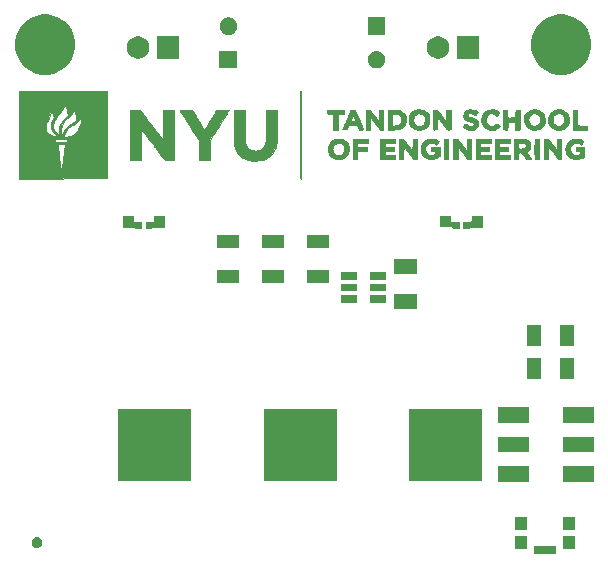
<source format=gts>
G04 #@! TF.GenerationSoftware,KiCad,Pcbnew,(5.1.4)-1*
G04 #@! TF.CreationDate,2020-02-07T15:18:06-05:00*
G04 #@! TF.ProjectId,ledFlasherCircuit,6c656446-6c61-4736-9865-724369726375,rev?*
G04 #@! TF.SameCoordinates,Original*
G04 #@! TF.FileFunction,Soldermask,Top*
G04 #@! TF.FilePolarity,Negative*
%FSLAX46Y46*%
G04 Gerber Fmt 4.6, Leading zero omitted, Abs format (unit mm)*
G04 Created by KiCad (PCBNEW (5.1.4)-1) date 2020-02-07 15:18:06*
%MOMM*%
%LPD*%
G04 APERTURE LIST*
%ADD10C,0.010000*%
%ADD11C,0.100000*%
G04 APERTURE END LIST*
D10*
G36*
X107955292Y-48117066D02*
G01*
X111664750Y-48122417D01*
X111664750Y-55530750D01*
X104245834Y-55541452D01*
X104245834Y-52620334D01*
X107478579Y-52620334D01*
X107492606Y-52720875D01*
X107501887Y-52792077D01*
X107514559Y-52895813D01*
X107529521Y-53022522D01*
X107545673Y-53162642D01*
X107561913Y-53306613D01*
X107577143Y-53444874D01*
X107590261Y-53567865D01*
X107591876Y-53583417D01*
X107604111Y-53699533D01*
X107618008Y-53828194D01*
X107630759Y-53943448D01*
X107631931Y-53953834D01*
X107643558Y-54060025D01*
X107656808Y-54186193D01*
X107669367Y-54310167D01*
X107673094Y-54348153D01*
X107689566Y-54498157D01*
X107705969Y-54607403D01*
X107722568Y-54677466D01*
X107731926Y-54699959D01*
X107759308Y-54717017D01*
X107793937Y-54702661D01*
X107822960Y-54662734D01*
X107825035Y-54657625D01*
X107836735Y-54617593D01*
X107849193Y-54555194D01*
X107863066Y-54466001D01*
X107879014Y-54345587D01*
X107897694Y-54189524D01*
X107907673Y-54102000D01*
X107918178Y-54014000D01*
X107932565Y-53900479D01*
X107948726Y-53777820D01*
X107960803Y-53689250D01*
X107976887Y-53570539D01*
X107992754Y-53448611D01*
X108006304Y-53339850D01*
X108013713Y-53276500D01*
X108031383Y-53122493D01*
X108048904Y-52978562D01*
X108065213Y-52852922D01*
X108079247Y-52753786D01*
X108089062Y-52693979D01*
X108102878Y-52620334D01*
X107478579Y-52620334D01*
X104245834Y-52620334D01*
X104245834Y-52336897D01*
X107252660Y-52336897D01*
X107263008Y-52417316D01*
X107264841Y-52424542D01*
X107269787Y-52439812D01*
X107278869Y-52451410D01*
X107297341Y-52459841D01*
X107330456Y-52465610D01*
X107383469Y-52469222D01*
X107461632Y-52471181D01*
X107570201Y-52471994D01*
X107714429Y-52472165D01*
X107760238Y-52472167D01*
X107900520Y-52471622D01*
X108027735Y-52470093D01*
X108135387Y-52467744D01*
X108216980Y-52464735D01*
X108266018Y-52461229D01*
X108276352Y-52459319D01*
X108296913Y-52431429D01*
X108308987Y-52376255D01*
X108312574Y-52307990D01*
X108307673Y-52240823D01*
X108294286Y-52188945D01*
X108276352Y-52167515D01*
X108246151Y-52163785D01*
X108180184Y-52160481D01*
X108085019Y-52157768D01*
X107967222Y-52155814D01*
X107833360Y-52154784D01*
X107769097Y-52154667D01*
X107615338Y-52154859D01*
X107498515Y-52155734D01*
X107413232Y-52157736D01*
X107354091Y-52161312D01*
X107315696Y-52166907D01*
X107292650Y-52174967D01*
X107279556Y-52185938D01*
X107273412Y-52195609D01*
X107256382Y-52256211D01*
X107252660Y-52336897D01*
X104245834Y-52336897D01*
X104245834Y-51181777D01*
X106460913Y-51181777D01*
X106463332Y-51283501D01*
X106470390Y-51357281D01*
X106484819Y-51417461D01*
X106509354Y-51478387D01*
X106522807Y-51506581D01*
X106614027Y-51645968D01*
X106739358Y-51765625D01*
X106893683Y-51861743D01*
X107071889Y-51930509D01*
X107103334Y-51938988D01*
X107229529Y-51967244D01*
X107326383Y-51980894D01*
X107390769Y-51979761D01*
X107419563Y-51963666D01*
X107420834Y-51957160D01*
X107413645Y-51944739D01*
X108027175Y-51944739D01*
X108038087Y-51978872D01*
X108053623Y-51993919D01*
X108074959Y-52002277D01*
X108109911Y-52003855D01*
X108166289Y-51998563D01*
X108251909Y-51986310D01*
X108320417Y-51975602D01*
X108442054Y-51955077D01*
X108534414Y-51935351D01*
X108610290Y-51912498D01*
X108682473Y-51882591D01*
X108763755Y-51841702D01*
X108773574Y-51836486D01*
X108946259Y-51723795D01*
X109093109Y-51582705D01*
X109215428Y-51411223D01*
X109314517Y-51207353D01*
X109391680Y-50969104D01*
X109420416Y-50846241D01*
X109436352Y-50753710D01*
X109446959Y-50658969D01*
X109451946Y-50571169D01*
X109451020Y-50499465D01*
X109443889Y-50453007D01*
X109433393Y-50440167D01*
X109411024Y-50456571D01*
X109378982Y-50497499D01*
X109368721Y-50513354D01*
X109294612Y-50609327D01*
X109189875Y-50711911D01*
X109063764Y-50813526D01*
X108925533Y-50906588D01*
X108810167Y-50970932D01*
X108683808Y-51036484D01*
X108585751Y-51093412D01*
X108505202Y-51149323D01*
X108431362Y-51211822D01*
X108353438Y-51288515D01*
X108340846Y-51301593D01*
X108274465Y-51381307D01*
X108209704Y-51477538D01*
X108149905Y-51582809D01*
X108098409Y-51689642D01*
X108058561Y-51790560D01*
X108033702Y-51878084D01*
X108027175Y-51944739D01*
X107413645Y-51944739D01*
X107403912Y-51927923D01*
X107365165Y-51899194D01*
X107303631Y-51854380D01*
X107229656Y-51782804D01*
X107151730Y-51694503D01*
X107078343Y-51599512D01*
X107017984Y-51507866D01*
X106990377Y-51456167D01*
X106960674Y-51389001D01*
X106941692Y-51331647D01*
X106931002Y-51270777D01*
X106926177Y-51193063D01*
X106924993Y-51107599D01*
X107078164Y-51107599D01*
X107101167Y-51268525D01*
X107162415Y-51422102D01*
X107263000Y-51571521D01*
X107404012Y-51719977D01*
X107502789Y-51805301D01*
X107579845Y-51866809D01*
X107630245Y-51903268D01*
X107659247Y-51917440D01*
X107672111Y-51912088D01*
X107674313Y-51895375D01*
X107667666Y-51862331D01*
X107650924Y-51803258D01*
X107631980Y-51743923D01*
X107600991Y-51606667D01*
X107590991Y-51474114D01*
X107765103Y-51474114D01*
X107766408Y-51498500D01*
X107777538Y-51615175D01*
X107793955Y-51712572D01*
X107814051Y-51784540D01*
X107836222Y-51824928D01*
X107853171Y-51830817D01*
X107872052Y-51807989D01*
X107895852Y-51757468D01*
X107910575Y-51716803D01*
X107994395Y-51505995D01*
X108101681Y-51322433D01*
X108236511Y-51161633D01*
X108402966Y-51019111D01*
X108605124Y-50890384D01*
X108714789Y-50832798D01*
X108824873Y-50775465D01*
X108902427Y-50726889D01*
X108954456Y-50680695D01*
X108987967Y-50630511D01*
X109009968Y-50569964D01*
X109011965Y-50562478D01*
X109024921Y-50495042D01*
X109026690Y-50424533D01*
X109017250Y-50334769D01*
X109011629Y-50297895D01*
X108992628Y-50199703D01*
X108967279Y-50097154D01*
X108938339Y-49998579D01*
X108908564Y-49912311D01*
X108880708Y-49846683D01*
X108857530Y-49810027D01*
X108848671Y-49805167D01*
X108827479Y-49822026D01*
X108790235Y-49867559D01*
X108742768Y-49934196D01*
X108705292Y-49991372D01*
X108657269Y-50064342D01*
X108609197Y-50129950D01*
X108555350Y-50194414D01*
X108490003Y-50263958D01*
X108407429Y-50344799D01*
X108301902Y-50443160D01*
X108224003Y-50514250D01*
X108050093Y-50693458D01*
X107917784Y-50877896D01*
X107826539Y-51068716D01*
X107775824Y-51267072D01*
X107765103Y-51474114D01*
X107590991Y-51474114D01*
X107589055Y-51448457D01*
X107596114Y-51286113D01*
X107622108Y-51136454D01*
X107634237Y-51094538D01*
X107681353Y-50966618D01*
X107737570Y-50851160D01*
X107808534Y-50739764D01*
X107899891Y-50624035D01*
X108017288Y-50495576D01*
X108080179Y-50431314D01*
X108174947Y-50334909D01*
X108243061Y-50262421D01*
X108288615Y-50208670D01*
X108315701Y-50168473D01*
X108328413Y-50136649D01*
X108330983Y-50113814D01*
X108325531Y-50046037D01*
X108310618Y-49956654D01*
X108288364Y-49853077D01*
X108260891Y-49742713D01*
X108230318Y-49632974D01*
X108198768Y-49531269D01*
X108168359Y-49445007D01*
X108141215Y-49381598D01*
X108119454Y-49348452D01*
X108111108Y-49345588D01*
X108090109Y-49366757D01*
X108056444Y-49415537D01*
X108016918Y-49481948D01*
X108011677Y-49491406D01*
X107963982Y-49574137D01*
X107913820Y-49654778D01*
X107874749Y-49712073D01*
X107841234Y-49755926D01*
X107791806Y-49818851D01*
X107732980Y-49892752D01*
X107671276Y-49969538D01*
X107613211Y-50041113D01*
X107565303Y-50099383D01*
X107534069Y-50136256D01*
X107527065Y-50143834D01*
X107463057Y-50215853D01*
X107389231Y-50314987D01*
X107312925Y-50429651D01*
X107241479Y-50548259D01*
X107182229Y-50659224D01*
X107142529Y-50750924D01*
X107092315Y-50936129D01*
X107078164Y-51107599D01*
X106924993Y-51107599D01*
X106924836Y-51096334D01*
X106929235Y-50948007D01*
X106946672Y-50823086D01*
X106981192Y-50705191D01*
X107036841Y-50577944D01*
X107067895Y-50516992D01*
X107107413Y-50428252D01*
X107127254Y-50353548D01*
X107128555Y-50326492D01*
X107115726Y-50260508D01*
X107087879Y-50172716D01*
X107050642Y-50078267D01*
X107009645Y-49992310D01*
X106994299Y-49965105D01*
X106968556Y-49925937D01*
X106954266Y-49920605D01*
X106943510Y-49943939D01*
X106852515Y-50180420D01*
X106728455Y-50436424D01*
X106638333Y-50598731D01*
X106568603Y-50722916D01*
X106519452Y-50823271D01*
X106487509Y-50910874D01*
X106469403Y-50996805D01*
X106461763Y-51092139D01*
X106460913Y-51181777D01*
X104245834Y-51181777D01*
X104245834Y-48111716D01*
X107955292Y-48117066D01*
X107955292Y-48117066D01*
G37*
X107955292Y-48117066D02*
X111664750Y-48122417D01*
X111664750Y-55530750D01*
X104245834Y-55541452D01*
X104245834Y-52620334D01*
X107478579Y-52620334D01*
X107492606Y-52720875D01*
X107501887Y-52792077D01*
X107514559Y-52895813D01*
X107529521Y-53022522D01*
X107545673Y-53162642D01*
X107561913Y-53306613D01*
X107577143Y-53444874D01*
X107590261Y-53567865D01*
X107591876Y-53583417D01*
X107604111Y-53699533D01*
X107618008Y-53828194D01*
X107630759Y-53943448D01*
X107631931Y-53953834D01*
X107643558Y-54060025D01*
X107656808Y-54186193D01*
X107669367Y-54310167D01*
X107673094Y-54348153D01*
X107689566Y-54498157D01*
X107705969Y-54607403D01*
X107722568Y-54677466D01*
X107731926Y-54699959D01*
X107759308Y-54717017D01*
X107793937Y-54702661D01*
X107822960Y-54662734D01*
X107825035Y-54657625D01*
X107836735Y-54617593D01*
X107849193Y-54555194D01*
X107863066Y-54466001D01*
X107879014Y-54345587D01*
X107897694Y-54189524D01*
X107907673Y-54102000D01*
X107918178Y-54014000D01*
X107932565Y-53900479D01*
X107948726Y-53777820D01*
X107960803Y-53689250D01*
X107976887Y-53570539D01*
X107992754Y-53448611D01*
X108006304Y-53339850D01*
X108013713Y-53276500D01*
X108031383Y-53122493D01*
X108048904Y-52978562D01*
X108065213Y-52852922D01*
X108079247Y-52753786D01*
X108089062Y-52693979D01*
X108102878Y-52620334D01*
X107478579Y-52620334D01*
X104245834Y-52620334D01*
X104245834Y-52336897D01*
X107252660Y-52336897D01*
X107263008Y-52417316D01*
X107264841Y-52424542D01*
X107269787Y-52439812D01*
X107278869Y-52451410D01*
X107297341Y-52459841D01*
X107330456Y-52465610D01*
X107383469Y-52469222D01*
X107461632Y-52471181D01*
X107570201Y-52471994D01*
X107714429Y-52472165D01*
X107760238Y-52472167D01*
X107900520Y-52471622D01*
X108027735Y-52470093D01*
X108135387Y-52467744D01*
X108216980Y-52464735D01*
X108266018Y-52461229D01*
X108276352Y-52459319D01*
X108296913Y-52431429D01*
X108308987Y-52376255D01*
X108312574Y-52307990D01*
X108307673Y-52240823D01*
X108294286Y-52188945D01*
X108276352Y-52167515D01*
X108246151Y-52163785D01*
X108180184Y-52160481D01*
X108085019Y-52157768D01*
X107967222Y-52155814D01*
X107833360Y-52154784D01*
X107769097Y-52154667D01*
X107615338Y-52154859D01*
X107498515Y-52155734D01*
X107413232Y-52157736D01*
X107354091Y-52161312D01*
X107315696Y-52166907D01*
X107292650Y-52174967D01*
X107279556Y-52185938D01*
X107273412Y-52195609D01*
X107256382Y-52256211D01*
X107252660Y-52336897D01*
X104245834Y-52336897D01*
X104245834Y-51181777D01*
X106460913Y-51181777D01*
X106463332Y-51283501D01*
X106470390Y-51357281D01*
X106484819Y-51417461D01*
X106509354Y-51478387D01*
X106522807Y-51506581D01*
X106614027Y-51645968D01*
X106739358Y-51765625D01*
X106893683Y-51861743D01*
X107071889Y-51930509D01*
X107103334Y-51938988D01*
X107229529Y-51967244D01*
X107326383Y-51980894D01*
X107390769Y-51979761D01*
X107419563Y-51963666D01*
X107420834Y-51957160D01*
X107413645Y-51944739D01*
X108027175Y-51944739D01*
X108038087Y-51978872D01*
X108053623Y-51993919D01*
X108074959Y-52002277D01*
X108109911Y-52003855D01*
X108166289Y-51998563D01*
X108251909Y-51986310D01*
X108320417Y-51975602D01*
X108442054Y-51955077D01*
X108534414Y-51935351D01*
X108610290Y-51912498D01*
X108682473Y-51882591D01*
X108763755Y-51841702D01*
X108773574Y-51836486D01*
X108946259Y-51723795D01*
X109093109Y-51582705D01*
X109215428Y-51411223D01*
X109314517Y-51207353D01*
X109391680Y-50969104D01*
X109420416Y-50846241D01*
X109436352Y-50753710D01*
X109446959Y-50658969D01*
X109451946Y-50571169D01*
X109451020Y-50499465D01*
X109443889Y-50453007D01*
X109433393Y-50440167D01*
X109411024Y-50456571D01*
X109378982Y-50497499D01*
X109368721Y-50513354D01*
X109294612Y-50609327D01*
X109189875Y-50711911D01*
X109063764Y-50813526D01*
X108925533Y-50906588D01*
X108810167Y-50970932D01*
X108683808Y-51036484D01*
X108585751Y-51093412D01*
X108505202Y-51149323D01*
X108431362Y-51211822D01*
X108353438Y-51288515D01*
X108340846Y-51301593D01*
X108274465Y-51381307D01*
X108209704Y-51477538D01*
X108149905Y-51582809D01*
X108098409Y-51689642D01*
X108058561Y-51790560D01*
X108033702Y-51878084D01*
X108027175Y-51944739D01*
X107413645Y-51944739D01*
X107403912Y-51927923D01*
X107365165Y-51899194D01*
X107303631Y-51854380D01*
X107229656Y-51782804D01*
X107151730Y-51694503D01*
X107078343Y-51599512D01*
X107017984Y-51507866D01*
X106990377Y-51456167D01*
X106960674Y-51389001D01*
X106941692Y-51331647D01*
X106931002Y-51270777D01*
X106926177Y-51193063D01*
X106924993Y-51107599D01*
X107078164Y-51107599D01*
X107101167Y-51268525D01*
X107162415Y-51422102D01*
X107263000Y-51571521D01*
X107404012Y-51719977D01*
X107502789Y-51805301D01*
X107579845Y-51866809D01*
X107630245Y-51903268D01*
X107659247Y-51917440D01*
X107672111Y-51912088D01*
X107674313Y-51895375D01*
X107667666Y-51862331D01*
X107650924Y-51803258D01*
X107631980Y-51743923D01*
X107600991Y-51606667D01*
X107590991Y-51474114D01*
X107765103Y-51474114D01*
X107766408Y-51498500D01*
X107777538Y-51615175D01*
X107793955Y-51712572D01*
X107814051Y-51784540D01*
X107836222Y-51824928D01*
X107853171Y-51830817D01*
X107872052Y-51807989D01*
X107895852Y-51757468D01*
X107910575Y-51716803D01*
X107994395Y-51505995D01*
X108101681Y-51322433D01*
X108236511Y-51161633D01*
X108402966Y-51019111D01*
X108605124Y-50890384D01*
X108714789Y-50832798D01*
X108824873Y-50775465D01*
X108902427Y-50726889D01*
X108954456Y-50680695D01*
X108987967Y-50630511D01*
X109009968Y-50569964D01*
X109011965Y-50562478D01*
X109024921Y-50495042D01*
X109026690Y-50424533D01*
X109017250Y-50334769D01*
X109011629Y-50297895D01*
X108992628Y-50199703D01*
X108967279Y-50097154D01*
X108938339Y-49998579D01*
X108908564Y-49912311D01*
X108880708Y-49846683D01*
X108857530Y-49810027D01*
X108848671Y-49805167D01*
X108827479Y-49822026D01*
X108790235Y-49867559D01*
X108742768Y-49934196D01*
X108705292Y-49991372D01*
X108657269Y-50064342D01*
X108609197Y-50129950D01*
X108555350Y-50194414D01*
X108490003Y-50263958D01*
X108407429Y-50344799D01*
X108301902Y-50443160D01*
X108224003Y-50514250D01*
X108050093Y-50693458D01*
X107917784Y-50877896D01*
X107826539Y-51068716D01*
X107775824Y-51267072D01*
X107765103Y-51474114D01*
X107590991Y-51474114D01*
X107589055Y-51448457D01*
X107596114Y-51286113D01*
X107622108Y-51136454D01*
X107634237Y-51094538D01*
X107681353Y-50966618D01*
X107737570Y-50851160D01*
X107808534Y-50739764D01*
X107899891Y-50624035D01*
X108017288Y-50495576D01*
X108080179Y-50431314D01*
X108174947Y-50334909D01*
X108243061Y-50262421D01*
X108288615Y-50208670D01*
X108315701Y-50168473D01*
X108328413Y-50136649D01*
X108330983Y-50113814D01*
X108325531Y-50046037D01*
X108310618Y-49956654D01*
X108288364Y-49853077D01*
X108260891Y-49742713D01*
X108230318Y-49632974D01*
X108198768Y-49531269D01*
X108168359Y-49445007D01*
X108141215Y-49381598D01*
X108119454Y-49348452D01*
X108111108Y-49345588D01*
X108090109Y-49366757D01*
X108056444Y-49415537D01*
X108016918Y-49481948D01*
X108011677Y-49491406D01*
X107963982Y-49574137D01*
X107913820Y-49654778D01*
X107874749Y-49712073D01*
X107841234Y-49755926D01*
X107791806Y-49818851D01*
X107732980Y-49892752D01*
X107671276Y-49969538D01*
X107613211Y-50041113D01*
X107565303Y-50099383D01*
X107534069Y-50136256D01*
X107527065Y-50143834D01*
X107463057Y-50215853D01*
X107389231Y-50314987D01*
X107312925Y-50429651D01*
X107241479Y-50548259D01*
X107182229Y-50659224D01*
X107142529Y-50750924D01*
X107092315Y-50936129D01*
X107078164Y-51107599D01*
X106924993Y-51107599D01*
X106924836Y-51096334D01*
X106929235Y-50948007D01*
X106946672Y-50823086D01*
X106981192Y-50705191D01*
X107036841Y-50577944D01*
X107067895Y-50516992D01*
X107107413Y-50428252D01*
X107127254Y-50353548D01*
X107128555Y-50326492D01*
X107115726Y-50260508D01*
X107087879Y-50172716D01*
X107050642Y-50078267D01*
X107009645Y-49992310D01*
X106994299Y-49965105D01*
X106968556Y-49925937D01*
X106954266Y-49920605D01*
X106943510Y-49943939D01*
X106852515Y-50180420D01*
X106728455Y-50436424D01*
X106638333Y-50598731D01*
X106568603Y-50722916D01*
X106519452Y-50823271D01*
X106487509Y-50910874D01*
X106469403Y-50996805D01*
X106461763Y-51092139D01*
X106460913Y-51181777D01*
X104245834Y-51181777D01*
X104245834Y-48111716D01*
X107955292Y-48117066D01*
G36*
X128116601Y-51831875D02*
G01*
X128121952Y-55541334D01*
X128047145Y-55541334D01*
X127994743Y-55534567D01*
X127963967Y-55517969D01*
X127962278Y-55514875D01*
X127961239Y-55491219D01*
X127960291Y-55427399D01*
X127959436Y-55325584D01*
X127958678Y-55187942D01*
X127958019Y-55016642D01*
X127957461Y-54813854D01*
X127957009Y-54581746D01*
X127956663Y-54322488D01*
X127956427Y-54038247D01*
X127956304Y-53731194D01*
X127956297Y-53403496D01*
X127956407Y-53057324D01*
X127956638Y-52694845D01*
X127956993Y-52318230D01*
X127957473Y-51929646D01*
X127957651Y-51805417D01*
X127963084Y-48122417D01*
X128111250Y-48122417D01*
X128116601Y-51831875D01*
X128116601Y-51831875D01*
G37*
X128116601Y-51831875D02*
X128121952Y-55541334D01*
X128047145Y-55541334D01*
X127994743Y-55534567D01*
X127963967Y-55517969D01*
X127962278Y-55514875D01*
X127961239Y-55491219D01*
X127960291Y-55427399D01*
X127959436Y-55325584D01*
X127958678Y-55187942D01*
X127958019Y-55016642D01*
X127957461Y-54813854D01*
X127957009Y-54581746D01*
X127956663Y-54322488D01*
X127956427Y-54038247D01*
X127956304Y-53731194D01*
X127956297Y-53403496D01*
X127956407Y-53057324D01*
X127956638Y-52694845D01*
X127956993Y-52318230D01*
X127957473Y-51929646D01*
X127957651Y-51805417D01*
X127963084Y-48122417D01*
X128111250Y-48122417D01*
X128116601Y-51831875D01*
G36*
X126046829Y-51037720D02*
G01*
X126046456Y-51338210D01*
X126045505Y-51599928D01*
X126043730Y-51826433D01*
X126040884Y-52021285D01*
X126036721Y-52188043D01*
X126030994Y-52330268D01*
X126023457Y-52451518D01*
X126013864Y-52555353D01*
X126001967Y-52645333D01*
X125987522Y-52725017D01*
X125970280Y-52797966D01*
X125949997Y-52867738D01*
X125926424Y-52937894D01*
X125912633Y-52976122D01*
X125804490Y-53214853D01*
X125666527Y-53423766D01*
X125499371Y-53602457D01*
X125303646Y-53750525D01*
X125079977Y-53867567D01*
X124828989Y-53953180D01*
X124551307Y-54006961D01*
X124280084Y-54027789D01*
X124157849Y-54029521D01*
X124037238Y-54028370D01*
X123931287Y-54024637D01*
X123853033Y-54018622D01*
X123846167Y-54017767D01*
X123757161Y-54003894D01*
X123664256Y-53984487D01*
X123555248Y-53956705D01*
X123424723Y-53919695D01*
X123340220Y-53887597D01*
X123236482Y-53837460D01*
X123127832Y-53777054D01*
X123028590Y-53714150D01*
X122978334Y-53677512D01*
X122813088Y-53526823D01*
X122674981Y-53353908D01*
X122561454Y-53154441D01*
X122469946Y-52924095D01*
X122412487Y-52721354D01*
X122405003Y-52687531D01*
X122398579Y-52650030D01*
X122393135Y-52605526D01*
X122388592Y-52550693D01*
X122384869Y-52482209D01*
X122381889Y-52396748D01*
X122379569Y-52290984D01*
X122377833Y-52161595D01*
X122376598Y-52005254D01*
X122375786Y-51818638D01*
X122375318Y-51598421D01*
X122375113Y-51341280D01*
X122375084Y-51159834D01*
X122375084Y-49752250D01*
X123306417Y-49752250D01*
X123317764Y-51117500D01*
X123320705Y-51428104D01*
X123324059Y-51703390D01*
X123327803Y-51942366D01*
X123331913Y-52144041D01*
X123336367Y-52307424D01*
X123341141Y-52431523D01*
X123346210Y-52515347D01*
X123351552Y-52557904D01*
X123351964Y-52559408D01*
X123425192Y-52736263D01*
X123529716Y-52886335D01*
X123662223Y-53007219D01*
X123819397Y-53096507D01*
X123997923Y-53151791D01*
X124193791Y-53170667D01*
X124400849Y-53153659D01*
X124582771Y-53102596D01*
X124739649Y-53017419D01*
X124871576Y-52898067D01*
X124978641Y-52744481D01*
X125036049Y-52623546D01*
X125045719Y-52599078D01*
X125054031Y-52574881D01*
X125061116Y-52547660D01*
X125067102Y-52514118D01*
X125072121Y-52470960D01*
X125076302Y-52414889D01*
X125079774Y-52342609D01*
X125082669Y-52250824D01*
X125085115Y-52136238D01*
X125087243Y-51995555D01*
X125089182Y-51825479D01*
X125091064Y-51622713D01*
X125093016Y-51383961D01*
X125095000Y-51128084D01*
X125105584Y-49752250D01*
X125576542Y-49746554D01*
X126047500Y-49740857D01*
X126046829Y-51037720D01*
X126046829Y-51037720D01*
G37*
X126046829Y-51037720D02*
X126046456Y-51338210D01*
X126045505Y-51599928D01*
X126043730Y-51826433D01*
X126040884Y-52021285D01*
X126036721Y-52188043D01*
X126030994Y-52330268D01*
X126023457Y-52451518D01*
X126013864Y-52555353D01*
X126001967Y-52645333D01*
X125987522Y-52725017D01*
X125970280Y-52797966D01*
X125949997Y-52867738D01*
X125926424Y-52937894D01*
X125912633Y-52976122D01*
X125804490Y-53214853D01*
X125666527Y-53423766D01*
X125499371Y-53602457D01*
X125303646Y-53750525D01*
X125079977Y-53867567D01*
X124828989Y-53953180D01*
X124551307Y-54006961D01*
X124280084Y-54027789D01*
X124157849Y-54029521D01*
X124037238Y-54028370D01*
X123931287Y-54024637D01*
X123853033Y-54018622D01*
X123846167Y-54017767D01*
X123757161Y-54003894D01*
X123664256Y-53984487D01*
X123555248Y-53956705D01*
X123424723Y-53919695D01*
X123340220Y-53887597D01*
X123236482Y-53837460D01*
X123127832Y-53777054D01*
X123028590Y-53714150D01*
X122978334Y-53677512D01*
X122813088Y-53526823D01*
X122674981Y-53353908D01*
X122561454Y-53154441D01*
X122469946Y-52924095D01*
X122412487Y-52721354D01*
X122405003Y-52687531D01*
X122398579Y-52650030D01*
X122393135Y-52605526D01*
X122388592Y-52550693D01*
X122384869Y-52482209D01*
X122381889Y-52396748D01*
X122379569Y-52290984D01*
X122377833Y-52161595D01*
X122376598Y-52005254D01*
X122375786Y-51818638D01*
X122375318Y-51598421D01*
X122375113Y-51341280D01*
X122375084Y-51159834D01*
X122375084Y-49752250D01*
X123306417Y-49752250D01*
X123317764Y-51117500D01*
X123320705Y-51428104D01*
X123324059Y-51703390D01*
X123327803Y-51942366D01*
X123331913Y-52144041D01*
X123336367Y-52307424D01*
X123341141Y-52431523D01*
X123346210Y-52515347D01*
X123351552Y-52557904D01*
X123351964Y-52559408D01*
X123425192Y-52736263D01*
X123529716Y-52886335D01*
X123662223Y-53007219D01*
X123819397Y-53096507D01*
X123997923Y-53151791D01*
X124193791Y-53170667D01*
X124400849Y-53153659D01*
X124582771Y-53102596D01*
X124739649Y-53017419D01*
X124871576Y-52898067D01*
X124978641Y-52744481D01*
X125036049Y-52623546D01*
X125045719Y-52599078D01*
X125054031Y-52574881D01*
X125061116Y-52547660D01*
X125067102Y-52514118D01*
X125072121Y-52470960D01*
X125076302Y-52414889D01*
X125079774Y-52342609D01*
X125082669Y-52250824D01*
X125085115Y-52136238D01*
X125087243Y-51995555D01*
X125089182Y-51825479D01*
X125091064Y-51622713D01*
X125093016Y-51383961D01*
X125095000Y-51128084D01*
X125105584Y-49752250D01*
X125576542Y-49746554D01*
X126047500Y-49740857D01*
X126046829Y-51037720D01*
G36*
X116877042Y-49746546D02*
G01*
X117337417Y-49752250D01*
X117343231Y-51816000D01*
X117343939Y-52108838D01*
X117344391Y-52390244D01*
X117344595Y-52657257D01*
X117344558Y-52906921D01*
X117344290Y-53136275D01*
X117343798Y-53342361D01*
X117343090Y-53522221D01*
X117342173Y-53672894D01*
X117341057Y-53791423D01*
X117339748Y-53874849D01*
X117338255Y-53920212D01*
X117337536Y-53927375D01*
X117332350Y-53944170D01*
X117322187Y-53956464D01*
X117301165Y-53964959D01*
X117263401Y-53970358D01*
X117203013Y-53973362D01*
X117114119Y-53974673D01*
X116990836Y-53974992D01*
X116938389Y-53975000D01*
X116550752Y-53975000D01*
X116487541Y-53895625D01*
X116455666Y-53854758D01*
X116403219Y-53786549D01*
X116335129Y-53697452D01*
X116256322Y-53593917D01*
X116171727Y-53482396D01*
X116152061Y-53456417D01*
X116063844Y-53339948D01*
X115977509Y-53226179D01*
X115898752Y-53122602D01*
X115833271Y-53036710D01*
X115786763Y-52975992D01*
X115781826Y-52969584D01*
X115738467Y-52913067D01*
X115675312Y-52830338D01*
X115598107Y-52728942D01*
X115512598Y-52616428D01*
X115424529Y-52500341D01*
X115413698Y-52486048D01*
X115321112Y-52363934D01*
X115226056Y-52238687D01*
X115135520Y-52119513D01*
X115056499Y-52015614D01*
X114995983Y-51936195D01*
X114995617Y-51935715D01*
X114931401Y-51851475D01*
X114872098Y-51773487D01*
X114825131Y-51711524D01*
X114801390Y-51680010D01*
X114766888Y-51634557D01*
X114715703Y-51567916D01*
X114657201Y-51492269D01*
X114638667Y-51468408D01*
X114522250Y-51318713D01*
X114501084Y-53964417D01*
X114067167Y-53968255D01*
X113934735Y-53968903D01*
X113816000Y-53968494D01*
X113717736Y-53967131D01*
X113646722Y-53964918D01*
X113609734Y-53961958D01*
X113606792Y-53961199D01*
X113602283Y-53951355D01*
X113598282Y-53924368D01*
X113594762Y-53878166D01*
X113591698Y-53810676D01*
X113589063Y-53719824D01*
X113586831Y-53603539D01*
X113584978Y-53459747D01*
X113583476Y-53286375D01*
X113582300Y-53081350D01*
X113581424Y-52842599D01*
X113580822Y-52568050D01*
X113580468Y-52255630D01*
X113580336Y-51903265D01*
X113580334Y-51845986D01*
X113580334Y-49741667D01*
X114440247Y-49741667D01*
X114492666Y-49799875D01*
X114538998Y-49854671D01*
X114605528Y-49938753D01*
X114693596Y-50053848D01*
X114804539Y-50201683D01*
X114816633Y-50217917D01*
X114863063Y-50279826D01*
X114902550Y-50331691D01*
X114922235Y-50356872D01*
X114948414Y-50390455D01*
X114990410Y-50445574D01*
X115035186Y-50505039D01*
X115070935Y-50552505D01*
X115127996Y-50627932D01*
X115202032Y-50725603D01*
X115288706Y-50839800D01*
X115383682Y-50964806D01*
X115482622Y-51094904D01*
X115483709Y-51096334D01*
X115596355Y-51244433D01*
X115717554Y-51403878D01*
X115839945Y-51564975D01*
X115956166Y-51718032D01*
X116058853Y-51853357D01*
X116114492Y-51926739D01*
X116217099Y-52059909D01*
X116297297Y-52159104D01*
X116354792Y-52223987D01*
X116389290Y-52254219D01*
X116399457Y-52254822D01*
X116402467Y-52229448D01*
X116405311Y-52165541D01*
X116407939Y-52066902D01*
X116410300Y-51937332D01*
X116412345Y-51780630D01*
X116414023Y-51600598D01*
X116415283Y-51401036D01*
X116416074Y-51185744D01*
X116416343Y-50984796D01*
X116416667Y-49740841D01*
X116877042Y-49746546D01*
X116877042Y-49746546D01*
G37*
X116877042Y-49746546D02*
X117337417Y-49752250D01*
X117343231Y-51816000D01*
X117343939Y-52108838D01*
X117344391Y-52390244D01*
X117344595Y-52657257D01*
X117344558Y-52906921D01*
X117344290Y-53136275D01*
X117343798Y-53342361D01*
X117343090Y-53522221D01*
X117342173Y-53672894D01*
X117341057Y-53791423D01*
X117339748Y-53874849D01*
X117338255Y-53920212D01*
X117337536Y-53927375D01*
X117332350Y-53944170D01*
X117322187Y-53956464D01*
X117301165Y-53964959D01*
X117263401Y-53970358D01*
X117203013Y-53973362D01*
X117114119Y-53974673D01*
X116990836Y-53974992D01*
X116938389Y-53975000D01*
X116550752Y-53975000D01*
X116487541Y-53895625D01*
X116455666Y-53854758D01*
X116403219Y-53786549D01*
X116335129Y-53697452D01*
X116256322Y-53593917D01*
X116171727Y-53482396D01*
X116152061Y-53456417D01*
X116063844Y-53339948D01*
X115977509Y-53226179D01*
X115898752Y-53122602D01*
X115833271Y-53036710D01*
X115786763Y-52975992D01*
X115781826Y-52969584D01*
X115738467Y-52913067D01*
X115675312Y-52830338D01*
X115598107Y-52728942D01*
X115512598Y-52616428D01*
X115424529Y-52500341D01*
X115413698Y-52486048D01*
X115321112Y-52363934D01*
X115226056Y-52238687D01*
X115135520Y-52119513D01*
X115056499Y-52015614D01*
X114995983Y-51936195D01*
X114995617Y-51935715D01*
X114931401Y-51851475D01*
X114872098Y-51773487D01*
X114825131Y-51711524D01*
X114801390Y-51680010D01*
X114766888Y-51634557D01*
X114715703Y-51567916D01*
X114657201Y-51492269D01*
X114638667Y-51468408D01*
X114522250Y-51318713D01*
X114501084Y-53964417D01*
X114067167Y-53968255D01*
X113934735Y-53968903D01*
X113816000Y-53968494D01*
X113717736Y-53967131D01*
X113646722Y-53964918D01*
X113609734Y-53961958D01*
X113606792Y-53961199D01*
X113602283Y-53951355D01*
X113598282Y-53924368D01*
X113594762Y-53878166D01*
X113591698Y-53810676D01*
X113589063Y-53719824D01*
X113586831Y-53603539D01*
X113584978Y-53459747D01*
X113583476Y-53286375D01*
X113582300Y-53081350D01*
X113581424Y-52842599D01*
X113580822Y-52568050D01*
X113580468Y-52255630D01*
X113580336Y-51903265D01*
X113580334Y-51845986D01*
X113580334Y-49741667D01*
X114440247Y-49741667D01*
X114492666Y-49799875D01*
X114538998Y-49854671D01*
X114605528Y-49938753D01*
X114693596Y-50053848D01*
X114804539Y-50201683D01*
X114816633Y-50217917D01*
X114863063Y-50279826D01*
X114902550Y-50331691D01*
X114922235Y-50356872D01*
X114948414Y-50390455D01*
X114990410Y-50445574D01*
X115035186Y-50505039D01*
X115070935Y-50552505D01*
X115127996Y-50627932D01*
X115202032Y-50725603D01*
X115288706Y-50839800D01*
X115383682Y-50964806D01*
X115482622Y-51094904D01*
X115483709Y-51096334D01*
X115596355Y-51244433D01*
X115717554Y-51403878D01*
X115839945Y-51564975D01*
X115956166Y-51718032D01*
X116058853Y-51853357D01*
X116114492Y-51926739D01*
X116217099Y-52059909D01*
X116297297Y-52159104D01*
X116354792Y-52223987D01*
X116389290Y-52254219D01*
X116399457Y-52254822D01*
X116402467Y-52229448D01*
X116405311Y-52165541D01*
X116407939Y-52066902D01*
X116410300Y-51937332D01*
X116412345Y-51780630D01*
X116414023Y-51600598D01*
X116415283Y-51401036D01*
X116416074Y-51185744D01*
X116416343Y-50984796D01*
X116416667Y-49740841D01*
X116877042Y-49746546D01*
G36*
X118233528Y-49741486D02*
G01*
X118348718Y-49741667D01*
X118888298Y-49741667D01*
X118926462Y-49799875D01*
X118961140Y-49855127D01*
X118987404Y-49900417D01*
X119005344Y-49931842D01*
X119041677Y-49994001D01*
X119093078Y-50081290D01*
X119156222Y-50188103D01*
X119227787Y-50308837D01*
X119304446Y-50437887D01*
X119382876Y-50569648D01*
X119459752Y-50698516D01*
X119531750Y-50818887D01*
X119573428Y-50888368D01*
X119627634Y-50978950D01*
X119677793Y-51063372D01*
X119717431Y-51130708D01*
X119736425Y-51163535D01*
X119797349Y-51268702D01*
X119842477Y-51339696D01*
X119875624Y-51379860D01*
X119900606Y-51392539D01*
X119921236Y-51381076D01*
X119941330Y-51348815D01*
X119943306Y-51344877D01*
X119959947Y-51315281D01*
X119995671Y-51254432D01*
X120047544Y-51167237D01*
X120112632Y-51058601D01*
X120188003Y-50933430D01*
X120270723Y-50796629D01*
X120300762Y-50747084D01*
X120385292Y-50607647D01*
X120463507Y-50478408D01*
X120532481Y-50364220D01*
X120589288Y-50269936D01*
X120631000Y-50200409D01*
X120654691Y-50160491D01*
X120658206Y-50154373D01*
X120679038Y-50118779D01*
X120716111Y-50057171D01*
X120763391Y-49979534D01*
X120795735Y-49926831D01*
X120909720Y-49741667D01*
X121436027Y-49741667D01*
X121580262Y-49741980D01*
X121709407Y-49742863D01*
X121817779Y-49744225D01*
X121899694Y-49745980D01*
X121949471Y-49748038D01*
X121962334Y-49749831D01*
X121950694Y-49775359D01*
X121915768Y-49836056D01*
X121857545Y-49931938D01*
X121776016Y-50063020D01*
X121671170Y-50229319D01*
X121542997Y-50430852D01*
X121391487Y-50667633D01*
X121216629Y-50939679D01*
X121018414Y-51247007D01*
X120999524Y-51276250D01*
X120968815Y-51323986D01*
X120919450Y-51400969D01*
X120855547Y-51500762D01*
X120781228Y-51616927D01*
X120700612Y-51743030D01*
X120647700Y-51825847D01*
X120364250Y-52269610D01*
X120353667Y-53117014D01*
X120343084Y-53964417D01*
X119897229Y-53970118D01*
X119763902Y-53971154D01*
X119645104Y-53970804D01*
X119547279Y-53969191D01*
X119476869Y-53966439D01*
X119440319Y-53962671D01*
X119436854Y-53961299D01*
X119433622Y-53937584D01*
X119430632Y-53876208D01*
X119427968Y-53781840D01*
X119425712Y-53659152D01*
X119423946Y-53512814D01*
X119422752Y-53347498D01*
X119422213Y-53167874D01*
X119422191Y-53130097D01*
X119422048Y-52313417D01*
X119332233Y-52173229D01*
X119295849Y-52116196D01*
X119241135Y-52030114D01*
X119172366Y-51921724D01*
X119093820Y-51797770D01*
X119009770Y-51664994D01*
X118946084Y-51564294D01*
X118849111Y-51411018D01*
X118736808Y-51233703D01*
X118616575Y-51044022D01*
X118495815Y-50853649D01*
X118381927Y-50674258D01*
X118316995Y-50572066D01*
X118228102Y-50432193D01*
X118142943Y-50298139D01*
X118065215Y-50175731D01*
X117998618Y-50070794D01*
X117946848Y-49989154D01*
X117913605Y-49936638D01*
X117910782Y-49932167D01*
X117873204Y-49874158D01*
X117845137Y-49829204D01*
X117830372Y-49795655D01*
X117832703Y-49771861D01*
X117855922Y-49756174D01*
X117903822Y-49746942D01*
X117980194Y-49742517D01*
X118088832Y-49741248D01*
X118233528Y-49741486D01*
X118233528Y-49741486D01*
G37*
X118233528Y-49741486D02*
X118348718Y-49741667D01*
X118888298Y-49741667D01*
X118926462Y-49799875D01*
X118961140Y-49855127D01*
X118987404Y-49900417D01*
X119005344Y-49931842D01*
X119041677Y-49994001D01*
X119093078Y-50081290D01*
X119156222Y-50188103D01*
X119227787Y-50308837D01*
X119304446Y-50437887D01*
X119382876Y-50569648D01*
X119459752Y-50698516D01*
X119531750Y-50818887D01*
X119573428Y-50888368D01*
X119627634Y-50978950D01*
X119677793Y-51063372D01*
X119717431Y-51130708D01*
X119736425Y-51163535D01*
X119797349Y-51268702D01*
X119842477Y-51339696D01*
X119875624Y-51379860D01*
X119900606Y-51392539D01*
X119921236Y-51381076D01*
X119941330Y-51348815D01*
X119943306Y-51344877D01*
X119959947Y-51315281D01*
X119995671Y-51254432D01*
X120047544Y-51167237D01*
X120112632Y-51058601D01*
X120188003Y-50933430D01*
X120270723Y-50796629D01*
X120300762Y-50747084D01*
X120385292Y-50607647D01*
X120463507Y-50478408D01*
X120532481Y-50364220D01*
X120589288Y-50269936D01*
X120631000Y-50200409D01*
X120654691Y-50160491D01*
X120658206Y-50154373D01*
X120679038Y-50118779D01*
X120716111Y-50057171D01*
X120763391Y-49979534D01*
X120795735Y-49926831D01*
X120909720Y-49741667D01*
X121436027Y-49741667D01*
X121580262Y-49741980D01*
X121709407Y-49742863D01*
X121817779Y-49744225D01*
X121899694Y-49745980D01*
X121949471Y-49748038D01*
X121962334Y-49749831D01*
X121950694Y-49775359D01*
X121915768Y-49836056D01*
X121857545Y-49931938D01*
X121776016Y-50063020D01*
X121671170Y-50229319D01*
X121542997Y-50430852D01*
X121391487Y-50667633D01*
X121216629Y-50939679D01*
X121018414Y-51247007D01*
X120999524Y-51276250D01*
X120968815Y-51323986D01*
X120919450Y-51400969D01*
X120855547Y-51500762D01*
X120781228Y-51616927D01*
X120700612Y-51743030D01*
X120647700Y-51825847D01*
X120364250Y-52269610D01*
X120353667Y-53117014D01*
X120343084Y-53964417D01*
X119897229Y-53970118D01*
X119763902Y-53971154D01*
X119645104Y-53970804D01*
X119547279Y-53969191D01*
X119476869Y-53966439D01*
X119440319Y-53962671D01*
X119436854Y-53961299D01*
X119433622Y-53937584D01*
X119430632Y-53876208D01*
X119427968Y-53781840D01*
X119425712Y-53659152D01*
X119423946Y-53512814D01*
X119422752Y-53347498D01*
X119422213Y-53167874D01*
X119422191Y-53130097D01*
X119422048Y-52313417D01*
X119332233Y-52173229D01*
X119295849Y-52116196D01*
X119241135Y-52030114D01*
X119172366Y-51921724D01*
X119093820Y-51797770D01*
X119009770Y-51664994D01*
X118946084Y-51564294D01*
X118849111Y-51411018D01*
X118736808Y-51233703D01*
X118616575Y-51044022D01*
X118495815Y-50853649D01*
X118381927Y-50674258D01*
X118316995Y-50572066D01*
X118228102Y-50432193D01*
X118142943Y-50298139D01*
X118065215Y-50175731D01*
X117998618Y-50070794D01*
X117946848Y-49989154D01*
X117913605Y-49936638D01*
X117910782Y-49932167D01*
X117873204Y-49874158D01*
X117845137Y-49829204D01*
X117830372Y-49795655D01*
X117832703Y-49771861D01*
X117855922Y-49756174D01*
X117903822Y-49746942D01*
X117980194Y-49742517D01*
X118088832Y-49741248D01*
X118233528Y-49741486D01*
G36*
X131360618Y-52162876D02*
G01*
X131528376Y-52199975D01*
X131686663Y-52262879D01*
X131825976Y-52348582D01*
X131936812Y-52454082D01*
X131946592Y-52466421D01*
X132029405Y-52585466D01*
X132084767Y-52696719D01*
X132117225Y-52814011D01*
X132131327Y-52951173D01*
X132132917Y-53033084D01*
X132124450Y-53190247D01*
X132095920Y-53321567D01*
X132042628Y-53440644D01*
X131959879Y-53561080D01*
X131943574Y-53581406D01*
X131812757Y-53708597D01*
X131653114Y-53805397D01*
X131471409Y-53869524D01*
X131363323Y-53894192D01*
X131277695Y-53905483D01*
X131197007Y-53903948D01*
X131103740Y-53890139D01*
X131064000Y-53882328D01*
X130877688Y-53824267D01*
X130713991Y-53731713D01*
X130576001Y-53606817D01*
X130481265Y-53476890D01*
X130418021Y-53352483D01*
X130380427Y-53228240D01*
X130364212Y-53087737D01*
X130363066Y-53035513D01*
X130745311Y-53035513D01*
X130767982Y-53184140D01*
X130771393Y-53195922D01*
X130812685Y-53282410D01*
X130880299Y-53372325D01*
X130961896Y-53451847D01*
X131045135Y-53507156D01*
X131052218Y-53510445D01*
X131169671Y-53542945D01*
X131299457Y-53546941D01*
X131422531Y-53522343D01*
X131448700Y-53512284D01*
X131556830Y-53444731D01*
X131647658Y-53347312D01*
X131715128Y-53230312D01*
X131753184Y-53104014D01*
X131757038Y-52988695D01*
X131741401Y-52917152D01*
X131712304Y-52831811D01*
X131688598Y-52777560D01*
X131641597Y-52696479D01*
X131584854Y-52635532D01*
X131512781Y-52583639D01*
X131440751Y-52541006D01*
X131381660Y-52518279D01*
X131314979Y-52509433D01*
X131255909Y-52508275D01*
X131111847Y-52527182D01*
X130986566Y-52580494D01*
X130883668Y-52663098D01*
X130806757Y-52769878D01*
X130759437Y-52895721D01*
X130745311Y-53035513D01*
X130363066Y-53035513D01*
X130362751Y-53021208D01*
X130365629Y-52914463D01*
X130376982Y-52829981D01*
X130400321Y-52747986D01*
X130420991Y-52693125D01*
X130504382Y-52539425D01*
X130622194Y-52404431D01*
X130768932Y-52292754D01*
X130939097Y-52209007D01*
X131034706Y-52178112D01*
X131192894Y-52154587D01*
X131360618Y-52162876D01*
X131360618Y-52162876D01*
G37*
X131360618Y-52162876D02*
X131528376Y-52199975D01*
X131686663Y-52262879D01*
X131825976Y-52348582D01*
X131936812Y-52454082D01*
X131946592Y-52466421D01*
X132029405Y-52585466D01*
X132084767Y-52696719D01*
X132117225Y-52814011D01*
X132131327Y-52951173D01*
X132132917Y-53033084D01*
X132124450Y-53190247D01*
X132095920Y-53321567D01*
X132042628Y-53440644D01*
X131959879Y-53561080D01*
X131943574Y-53581406D01*
X131812757Y-53708597D01*
X131653114Y-53805397D01*
X131471409Y-53869524D01*
X131363323Y-53894192D01*
X131277695Y-53905483D01*
X131197007Y-53903948D01*
X131103740Y-53890139D01*
X131064000Y-53882328D01*
X130877688Y-53824267D01*
X130713991Y-53731713D01*
X130576001Y-53606817D01*
X130481265Y-53476890D01*
X130418021Y-53352483D01*
X130380427Y-53228240D01*
X130364212Y-53087737D01*
X130363066Y-53035513D01*
X130745311Y-53035513D01*
X130767982Y-53184140D01*
X130771393Y-53195922D01*
X130812685Y-53282410D01*
X130880299Y-53372325D01*
X130961896Y-53451847D01*
X131045135Y-53507156D01*
X131052218Y-53510445D01*
X131169671Y-53542945D01*
X131299457Y-53546941D01*
X131422531Y-53522343D01*
X131448700Y-53512284D01*
X131556830Y-53444731D01*
X131647658Y-53347312D01*
X131715128Y-53230312D01*
X131753184Y-53104014D01*
X131757038Y-52988695D01*
X131741401Y-52917152D01*
X131712304Y-52831811D01*
X131688598Y-52777560D01*
X131641597Y-52696479D01*
X131584854Y-52635532D01*
X131512781Y-52583639D01*
X131440751Y-52541006D01*
X131381660Y-52518279D01*
X131314979Y-52509433D01*
X131255909Y-52508275D01*
X131111847Y-52527182D01*
X130986566Y-52580494D01*
X130883668Y-52663098D01*
X130806757Y-52769878D01*
X130759437Y-52895721D01*
X130745311Y-53035513D01*
X130363066Y-53035513D01*
X130362751Y-53021208D01*
X130365629Y-52914463D01*
X130376982Y-52829981D01*
X130400321Y-52747986D01*
X130420991Y-52693125D01*
X130504382Y-52539425D01*
X130622194Y-52404431D01*
X130768932Y-52292754D01*
X130939097Y-52209007D01*
X131034706Y-52178112D01*
X131192894Y-52154587D01*
X131360618Y-52162876D01*
G36*
X139235997Y-52160788D02*
G01*
X139427334Y-52202033D01*
X139601260Y-52277880D01*
X139678338Y-52324277D01*
X139720173Y-52362319D01*
X139728448Y-52401741D01*
X139704844Y-52452277D01*
X139651044Y-52523660D01*
X139645034Y-52531123D01*
X139594436Y-52592032D01*
X139553694Y-52637769D01*
X139530131Y-52660198D01*
X139527940Y-52661201D01*
X139504395Y-52651797D01*
X139455455Y-52625732D01*
X139391706Y-52588646D01*
X139391601Y-52588584D01*
X139308855Y-52544399D01*
X139231767Y-52518928D01*
X139144962Y-52508944D01*
X139033064Y-52511221D01*
X139025144Y-52511681D01*
X138911363Y-52538639D01*
X138803777Y-52601940D01*
X138710575Y-52695642D01*
X138656715Y-52779084D01*
X138622025Y-52880803D01*
X138608512Y-53003069D01*
X138616014Y-53129866D01*
X138644366Y-53245181D01*
X138661892Y-53285253D01*
X138739399Y-53394190D01*
X138845289Y-53483915D01*
X138923121Y-53526138D01*
X139005871Y-53546613D01*
X139110983Y-53551709D01*
X139221733Y-53542303D01*
X139321393Y-53519272D01*
X139361334Y-53503169D01*
X139456584Y-53456417D01*
X139456584Y-53223584D01*
X139270465Y-53217454D01*
X139084346Y-53211325D01*
X139090548Y-53058704D01*
X139096750Y-52906084D01*
X139816417Y-52906084D01*
X139822205Y-53257242D01*
X139827993Y-53608401D01*
X139771507Y-53664887D01*
X139691106Y-53726659D01*
X139580554Y-53785780D01*
X139451946Y-53836843D01*
X139317373Y-53874439D01*
X139290680Y-53879891D01*
X139185215Y-53898293D01*
X139104699Y-53906517D01*
X139032996Y-53904576D01*
X138953966Y-53892483D01*
X138895667Y-53880215D01*
X138708697Y-53818978D01*
X138547567Y-53724480D01*
X138413761Y-53598086D01*
X138308763Y-53441158D01*
X138241290Y-53278633D01*
X138228093Y-53209679D01*
X138220743Y-53114005D01*
X138219239Y-53006816D01*
X138223582Y-52903319D01*
X138233772Y-52818722D01*
X138241290Y-52787534D01*
X138308580Y-52630068D01*
X138402926Y-52485268D01*
X138516833Y-52362515D01*
X138642807Y-52271190D01*
X138661920Y-52260966D01*
X138845469Y-52190114D01*
X139039435Y-52156768D01*
X139235997Y-52160788D01*
X139235997Y-52160788D01*
G37*
X139235997Y-52160788D02*
X139427334Y-52202033D01*
X139601260Y-52277880D01*
X139678338Y-52324277D01*
X139720173Y-52362319D01*
X139728448Y-52401741D01*
X139704844Y-52452277D01*
X139651044Y-52523660D01*
X139645034Y-52531123D01*
X139594436Y-52592032D01*
X139553694Y-52637769D01*
X139530131Y-52660198D01*
X139527940Y-52661201D01*
X139504395Y-52651797D01*
X139455455Y-52625732D01*
X139391706Y-52588646D01*
X139391601Y-52588584D01*
X139308855Y-52544399D01*
X139231767Y-52518928D01*
X139144962Y-52508944D01*
X139033064Y-52511221D01*
X139025144Y-52511681D01*
X138911363Y-52538639D01*
X138803777Y-52601940D01*
X138710575Y-52695642D01*
X138656715Y-52779084D01*
X138622025Y-52880803D01*
X138608512Y-53003069D01*
X138616014Y-53129866D01*
X138644366Y-53245181D01*
X138661892Y-53285253D01*
X138739399Y-53394190D01*
X138845289Y-53483915D01*
X138923121Y-53526138D01*
X139005871Y-53546613D01*
X139110983Y-53551709D01*
X139221733Y-53542303D01*
X139321393Y-53519272D01*
X139361334Y-53503169D01*
X139456584Y-53456417D01*
X139456584Y-53223584D01*
X139270465Y-53217454D01*
X139084346Y-53211325D01*
X139090548Y-53058704D01*
X139096750Y-52906084D01*
X139816417Y-52906084D01*
X139822205Y-53257242D01*
X139827993Y-53608401D01*
X139771507Y-53664887D01*
X139691106Y-53726659D01*
X139580554Y-53785780D01*
X139451946Y-53836843D01*
X139317373Y-53874439D01*
X139290680Y-53879891D01*
X139185215Y-53898293D01*
X139104699Y-53906517D01*
X139032996Y-53904576D01*
X138953966Y-53892483D01*
X138895667Y-53880215D01*
X138708697Y-53818978D01*
X138547567Y-53724480D01*
X138413761Y-53598086D01*
X138308763Y-53441158D01*
X138241290Y-53278633D01*
X138228093Y-53209679D01*
X138220743Y-53114005D01*
X138219239Y-53006816D01*
X138223582Y-52903319D01*
X138233772Y-52818722D01*
X138241290Y-52787534D01*
X138308580Y-52630068D01*
X138402926Y-52485268D01*
X138516833Y-52362515D01*
X138642807Y-52271190D01*
X138661920Y-52260966D01*
X138845469Y-52190114D01*
X139039435Y-52156768D01*
X139235997Y-52160788D01*
G36*
X151557251Y-52169390D02*
G01*
X151691866Y-52197868D01*
X151765000Y-52223947D01*
X151841155Y-52261951D01*
X151911324Y-52304360D01*
X151965893Y-52344563D01*
X151995249Y-52375952D01*
X151997796Y-52383996D01*
X151986190Y-52409256D01*
X151956315Y-52456286D01*
X151915625Y-52514838D01*
X151871577Y-52574665D01*
X151831627Y-52625522D01*
X151803229Y-52657160D01*
X151795034Y-52662667D01*
X151775293Y-52652469D01*
X151730577Y-52626118D01*
X151687032Y-52599481D01*
X151603735Y-52557646D01*
X151509746Y-52524185D01*
X151469964Y-52514605D01*
X151321606Y-52503625D01*
X151191097Y-52530585D01*
X151077024Y-52596164D01*
X150977970Y-52701039D01*
X150931021Y-52772885D01*
X150884041Y-52893328D01*
X150870101Y-53027665D01*
X150887796Y-53165181D01*
X150935721Y-53295156D01*
X151012474Y-53406875D01*
X151014341Y-53408901D01*
X151110587Y-53483629D01*
X151231326Y-53533018D01*
X151365517Y-53554740D01*
X151502119Y-53546467D01*
X151576633Y-53527503D01*
X151655987Y-53493745D01*
X151700667Y-53452091D01*
X151718251Y-53392011D01*
X151718337Y-53330557D01*
X151712084Y-53223584D01*
X151525965Y-53217454D01*
X151339846Y-53211325D01*
X151346048Y-53058704D01*
X151352250Y-52906084D01*
X152071917Y-52906084D01*
X152077696Y-53268324D01*
X152083475Y-53630565D01*
X152008597Y-53687678D01*
X151883901Y-53765075D01*
X151733354Y-53830449D01*
X151573111Y-53877005D01*
X151544647Y-53882831D01*
X151427044Y-53902048D01*
X151335322Y-53908232D01*
X151255155Y-53901602D01*
X151193500Y-53888222D01*
X151076199Y-53855702D01*
X150989429Y-53827004D01*
X150922132Y-53798052D01*
X150869983Y-53768969D01*
X150732502Y-53660207D01*
X150621546Y-53523520D01*
X150539868Y-53366014D01*
X150490223Y-53194794D01*
X150475366Y-53016965D01*
X150498049Y-52839633D01*
X150502698Y-52821417D01*
X150572740Y-52633082D01*
X150673810Y-52473379D01*
X150804998Y-52343222D01*
X150965394Y-52243523D01*
X151143039Y-52178112D01*
X151266200Y-52158286D01*
X151409817Y-52155787D01*
X151557251Y-52169390D01*
X151557251Y-52169390D01*
G37*
X151557251Y-52169390D02*
X151691866Y-52197868D01*
X151765000Y-52223947D01*
X151841155Y-52261951D01*
X151911324Y-52304360D01*
X151965893Y-52344563D01*
X151995249Y-52375952D01*
X151997796Y-52383996D01*
X151986190Y-52409256D01*
X151956315Y-52456286D01*
X151915625Y-52514838D01*
X151871577Y-52574665D01*
X151831627Y-52625522D01*
X151803229Y-52657160D01*
X151795034Y-52662667D01*
X151775293Y-52652469D01*
X151730577Y-52626118D01*
X151687032Y-52599481D01*
X151603735Y-52557646D01*
X151509746Y-52524185D01*
X151469964Y-52514605D01*
X151321606Y-52503625D01*
X151191097Y-52530585D01*
X151077024Y-52596164D01*
X150977970Y-52701039D01*
X150931021Y-52772885D01*
X150884041Y-52893328D01*
X150870101Y-53027665D01*
X150887796Y-53165181D01*
X150935721Y-53295156D01*
X151012474Y-53406875D01*
X151014341Y-53408901D01*
X151110587Y-53483629D01*
X151231326Y-53533018D01*
X151365517Y-53554740D01*
X151502119Y-53546467D01*
X151576633Y-53527503D01*
X151655987Y-53493745D01*
X151700667Y-53452091D01*
X151718251Y-53392011D01*
X151718337Y-53330557D01*
X151712084Y-53223584D01*
X151525965Y-53217454D01*
X151339846Y-53211325D01*
X151346048Y-53058704D01*
X151352250Y-52906084D01*
X152071917Y-52906084D01*
X152077696Y-53268324D01*
X152083475Y-53630565D01*
X152008597Y-53687678D01*
X151883901Y-53765075D01*
X151733354Y-53830449D01*
X151573111Y-53877005D01*
X151544647Y-53882831D01*
X151427044Y-53902048D01*
X151335322Y-53908232D01*
X151255155Y-53901602D01*
X151193500Y-53888222D01*
X151076199Y-53855702D01*
X150989429Y-53827004D01*
X150922132Y-53798052D01*
X150869983Y-53768969D01*
X150732502Y-53660207D01*
X150621546Y-53523520D01*
X150539868Y-53366014D01*
X150490223Y-53194794D01*
X150475366Y-53016965D01*
X150498049Y-52839633D01*
X150502698Y-52821417D01*
X150572740Y-52633082D01*
X150673810Y-52473379D01*
X150804998Y-52343222D01*
X150965394Y-52243523D01*
X151143039Y-52178112D01*
X151266200Y-52158286D01*
X151409817Y-52155787D01*
X151557251Y-52169390D01*
G36*
X133130315Y-52180796D02*
G01*
X133741584Y-52186417D01*
X133747766Y-52350459D01*
X133753948Y-52514500D01*
X133331455Y-52514500D01*
X133200218Y-52515122D01*
X133082171Y-52516857D01*
X132984347Y-52519506D01*
X132913773Y-52522870D01*
X132877482Y-52526753D01*
X132875481Y-52527348D01*
X132855960Y-52545835D01*
X132845469Y-52588103D01*
X132842032Y-52662796D01*
X132842000Y-52673784D01*
X132841730Y-52745117D01*
X132844735Y-52797216D01*
X132856738Y-52833089D01*
X132883461Y-52855746D01*
X132930628Y-52868192D01*
X133003960Y-52873438D01*
X133109182Y-52874490D01*
X133223534Y-52874334D01*
X133344015Y-52875071D01*
X133451151Y-52877112D01*
X133537138Y-52880199D01*
X133594170Y-52884075D01*
X133612852Y-52887181D01*
X133630961Y-52903522D01*
X133641401Y-52940891D01*
X133645841Y-53007714D01*
X133646334Y-53056048D01*
X133646334Y-53212066D01*
X132852584Y-53223584D01*
X132842000Y-53541084D01*
X132831417Y-53858584D01*
X132661106Y-53864661D01*
X132579834Y-53865764D01*
X132515532Y-53863287D01*
X132479363Y-53857760D01*
X132475898Y-53855842D01*
X132472569Y-53832029D01*
X132469500Y-53770581D01*
X132466775Y-53676194D01*
X132464478Y-53553568D01*
X132462695Y-53407398D01*
X132461511Y-53242383D01*
X132461011Y-53063221D01*
X132461000Y-53032147D01*
X132461246Y-52819004D01*
X132462069Y-52644519D01*
X132463597Y-52505020D01*
X132465959Y-52396834D01*
X132469281Y-52316288D01*
X132473693Y-52259709D01*
X132479321Y-52223426D01*
X132486295Y-52203765D01*
X132490024Y-52199263D01*
X132515046Y-52191598D01*
X132570820Y-52185869D01*
X132659694Y-52182010D01*
X132784017Y-52179951D01*
X132946138Y-52179626D01*
X133130315Y-52180796D01*
X133130315Y-52180796D01*
G37*
X133130315Y-52180796D02*
X133741584Y-52186417D01*
X133747766Y-52350459D01*
X133753948Y-52514500D01*
X133331455Y-52514500D01*
X133200218Y-52515122D01*
X133082171Y-52516857D01*
X132984347Y-52519506D01*
X132913773Y-52522870D01*
X132877482Y-52526753D01*
X132875481Y-52527348D01*
X132855960Y-52545835D01*
X132845469Y-52588103D01*
X132842032Y-52662796D01*
X132842000Y-52673784D01*
X132841730Y-52745117D01*
X132844735Y-52797216D01*
X132856738Y-52833089D01*
X132883461Y-52855746D01*
X132930628Y-52868192D01*
X133003960Y-52873438D01*
X133109182Y-52874490D01*
X133223534Y-52874334D01*
X133344015Y-52875071D01*
X133451151Y-52877112D01*
X133537138Y-52880199D01*
X133594170Y-52884075D01*
X133612852Y-52887181D01*
X133630961Y-52903522D01*
X133641401Y-52940891D01*
X133645841Y-53007714D01*
X133646334Y-53056048D01*
X133646334Y-53212066D01*
X132852584Y-53223584D01*
X132842000Y-53541084D01*
X132831417Y-53858584D01*
X132661106Y-53864661D01*
X132579834Y-53865764D01*
X132515532Y-53863287D01*
X132479363Y-53857760D01*
X132475898Y-53855842D01*
X132472569Y-53832029D01*
X132469500Y-53770581D01*
X132466775Y-53676194D01*
X132464478Y-53553568D01*
X132462695Y-53407398D01*
X132461511Y-53242383D01*
X132461011Y-53063221D01*
X132461000Y-53032147D01*
X132461246Y-52819004D01*
X132462069Y-52644519D01*
X132463597Y-52505020D01*
X132465959Y-52396834D01*
X132469281Y-52316288D01*
X132473693Y-52259709D01*
X132479321Y-52223426D01*
X132486295Y-52203765D01*
X132490024Y-52199263D01*
X132515046Y-52191598D01*
X132570820Y-52185869D01*
X132659694Y-52182010D01*
X132784017Y-52179951D01*
X132946138Y-52179626D01*
X133130315Y-52180796D01*
G36*
X135246176Y-52179567D02*
G01*
X135415204Y-52180794D01*
X136027584Y-52186417D01*
X136033758Y-52350026D01*
X136039932Y-52513636D01*
X135159750Y-52525084D01*
X135153568Y-52689125D01*
X135147386Y-52853167D01*
X135934114Y-52853167D01*
X135927932Y-53017209D01*
X135921750Y-53181250D01*
X135534610Y-53187023D01*
X135147470Y-53192795D01*
X135153610Y-53366939D01*
X135159750Y-53541084D01*
X135610461Y-53546799D01*
X136061171Y-53552514D01*
X136054961Y-53705549D01*
X136048750Y-53858584D01*
X135422879Y-53864184D01*
X135264149Y-53865130D01*
X135119266Y-53865086D01*
X134993601Y-53864124D01*
X134892527Y-53862320D01*
X134821414Y-53859746D01*
X134785636Y-53856478D01*
X134782587Y-53855365D01*
X134778797Y-53831035D01*
X134775628Y-53770013D01*
X134773070Y-53677933D01*
X134771111Y-53560430D01*
X134769740Y-53423141D01*
X134768947Y-53271700D01*
X134768719Y-53111743D01*
X134769047Y-52948905D01*
X134769919Y-52788822D01*
X134771324Y-52637130D01*
X134773252Y-52499463D01*
X134775690Y-52381458D01*
X134778629Y-52288749D01*
X134782056Y-52226972D01*
X134785820Y-52201961D01*
X134800221Y-52193900D01*
X134834472Y-52187742D01*
X134892383Y-52183357D01*
X134977764Y-52180619D01*
X135094425Y-52179398D01*
X135246176Y-52179567D01*
X135246176Y-52179567D01*
G37*
X135246176Y-52179567D02*
X135415204Y-52180794D01*
X136027584Y-52186417D01*
X136033758Y-52350026D01*
X136039932Y-52513636D01*
X135159750Y-52525084D01*
X135153568Y-52689125D01*
X135147386Y-52853167D01*
X135934114Y-52853167D01*
X135927932Y-53017209D01*
X135921750Y-53181250D01*
X135534610Y-53187023D01*
X135147470Y-53192795D01*
X135153610Y-53366939D01*
X135159750Y-53541084D01*
X135610461Y-53546799D01*
X136061171Y-53552514D01*
X136054961Y-53705549D01*
X136048750Y-53858584D01*
X135422879Y-53864184D01*
X135264149Y-53865130D01*
X135119266Y-53865086D01*
X134993601Y-53864124D01*
X134892527Y-53862320D01*
X134821414Y-53859746D01*
X134785636Y-53856478D01*
X134782587Y-53855365D01*
X134778797Y-53831035D01*
X134775628Y-53770013D01*
X134773070Y-53677933D01*
X134771111Y-53560430D01*
X134769740Y-53423141D01*
X134768947Y-53271700D01*
X134768719Y-53111743D01*
X134769047Y-52948905D01*
X134769919Y-52788822D01*
X134771324Y-52637130D01*
X134773252Y-52499463D01*
X134775690Y-52381458D01*
X134778629Y-52288749D01*
X134782056Y-52226972D01*
X134785820Y-52201961D01*
X134800221Y-52193900D01*
X134834472Y-52187742D01*
X134892383Y-52183357D01*
X134977764Y-52180619D01*
X135094425Y-52179398D01*
X135246176Y-52179567D01*
G36*
X136644052Y-52177310D02*
G01*
X136702199Y-52183568D01*
X136727202Y-52192033D01*
X136752157Y-52217320D01*
X136790396Y-52264011D01*
X136811749Y-52292250D01*
X136849872Y-52343351D01*
X136877430Y-52378936D01*
X136884713Y-52387500D01*
X136900801Y-52407477D01*
X136937235Y-52454637D01*
X136988916Y-52522328D01*
X137050748Y-52603898D01*
X137063160Y-52620334D01*
X137178959Y-52773560D01*
X137272009Y-52896131D01*
X137344895Y-52991303D01*
X137400205Y-53062335D01*
X137440522Y-53112484D01*
X137468435Y-53145009D01*
X137486530Y-53163169D01*
X137497391Y-53170220D01*
X137499998Y-53170667D01*
X137505694Y-53150450D01*
X137511182Y-53093603D01*
X137516176Y-53005825D01*
X137520389Y-52892819D01*
X137523534Y-52760286D01*
X137524735Y-52678542D01*
X137530417Y-52186417D01*
X137869084Y-52186417D01*
X137874619Y-53028687D01*
X137880154Y-53870956D01*
X137552382Y-53858584D01*
X137446149Y-53717653D01*
X137319493Y-53549886D01*
X137203735Y-53397063D01*
X137101228Y-53262261D01*
X137014321Y-53148552D01*
X136945367Y-53059012D01*
X136896715Y-52996715D01*
X136870716Y-52964735D01*
X136868820Y-52962641D01*
X136836764Y-52920582D01*
X136819234Y-52891577D01*
X136794506Y-52864546D01*
X136777449Y-52867418D01*
X136771838Y-52893142D01*
X136766396Y-52954977D01*
X136761424Y-53046702D01*
X136757223Y-53162096D01*
X136754095Y-53294938D01*
X136752951Y-53372399D01*
X136747250Y-53858584D01*
X136576939Y-53864661D01*
X136495667Y-53865764D01*
X136431365Y-53863287D01*
X136395197Y-53857760D01*
X136391731Y-53855842D01*
X136388399Y-53832026D01*
X136385327Y-53770580D01*
X136382600Y-53676206D01*
X136380303Y-53553607D01*
X136378521Y-53407485D01*
X136377339Y-53242543D01*
X136376844Y-53063483D01*
X136376834Y-53033789D01*
X136377207Y-52811142D01*
X136378383Y-52627998D01*
X136380450Y-52481529D01*
X136383492Y-52368911D01*
X136387597Y-52287318D01*
X136392849Y-52233925D01*
X136399337Y-52205906D01*
X136402234Y-52201233D01*
X136435342Y-52188723D01*
X136496258Y-52180295D01*
X136570616Y-52176355D01*
X136644052Y-52177310D01*
X136644052Y-52177310D01*
G37*
X136644052Y-52177310D02*
X136702199Y-52183568D01*
X136727202Y-52192033D01*
X136752157Y-52217320D01*
X136790396Y-52264011D01*
X136811749Y-52292250D01*
X136849872Y-52343351D01*
X136877430Y-52378936D01*
X136884713Y-52387500D01*
X136900801Y-52407477D01*
X136937235Y-52454637D01*
X136988916Y-52522328D01*
X137050748Y-52603898D01*
X137063160Y-52620334D01*
X137178959Y-52773560D01*
X137272009Y-52896131D01*
X137344895Y-52991303D01*
X137400205Y-53062335D01*
X137440522Y-53112484D01*
X137468435Y-53145009D01*
X137486530Y-53163169D01*
X137497391Y-53170220D01*
X137499998Y-53170667D01*
X137505694Y-53150450D01*
X137511182Y-53093603D01*
X137516176Y-53005825D01*
X137520389Y-52892819D01*
X137523534Y-52760286D01*
X137524735Y-52678542D01*
X137530417Y-52186417D01*
X137869084Y-52186417D01*
X137874619Y-53028687D01*
X137880154Y-53870956D01*
X137552382Y-53858584D01*
X137446149Y-53717653D01*
X137319493Y-53549886D01*
X137203735Y-53397063D01*
X137101228Y-53262261D01*
X137014321Y-53148552D01*
X136945367Y-53059012D01*
X136896715Y-52996715D01*
X136870716Y-52964735D01*
X136868820Y-52962641D01*
X136836764Y-52920582D01*
X136819234Y-52891577D01*
X136794506Y-52864546D01*
X136777449Y-52867418D01*
X136771838Y-52893142D01*
X136766396Y-52954977D01*
X136761424Y-53046702D01*
X136757223Y-53162096D01*
X136754095Y-53294938D01*
X136752951Y-53372399D01*
X136747250Y-53858584D01*
X136576939Y-53864661D01*
X136495667Y-53865764D01*
X136431365Y-53863287D01*
X136395197Y-53857760D01*
X136391731Y-53855842D01*
X136388399Y-53832026D01*
X136385327Y-53770580D01*
X136382600Y-53676206D01*
X136380303Y-53553607D01*
X136378521Y-53407485D01*
X136377339Y-53242543D01*
X136376844Y-53063483D01*
X136376834Y-53033789D01*
X136377207Y-52811142D01*
X136378383Y-52627998D01*
X136380450Y-52481529D01*
X136383492Y-52368911D01*
X136387597Y-52287318D01*
X136392849Y-52233925D01*
X136399337Y-52205906D01*
X136402234Y-52201233D01*
X136435342Y-52188723D01*
X136496258Y-52180295D01*
X136570616Y-52176355D01*
X136644052Y-52177310D01*
G36*
X140456721Y-52177877D02*
G01*
X140516079Y-52184813D01*
X140541627Y-52193438D01*
X140548642Y-52206651D01*
X140554247Y-52238663D01*
X140558525Y-52292790D01*
X140561562Y-52372345D01*
X140563439Y-52480641D01*
X140564240Y-52620995D01*
X140564049Y-52796718D01*
X140562949Y-53011126D01*
X140562794Y-53034489D01*
X140557250Y-53858584D01*
X140386939Y-53864661D01*
X140305667Y-53865764D01*
X140241365Y-53863287D01*
X140205197Y-53857760D01*
X140201731Y-53855842D01*
X140198399Y-53832026D01*
X140195327Y-53770580D01*
X140192600Y-53676206D01*
X140190303Y-53553607D01*
X140188521Y-53407485D01*
X140187339Y-53242543D01*
X140186844Y-53063483D01*
X140186834Y-53033789D01*
X140187207Y-52811142D01*
X140188383Y-52627998D01*
X140190450Y-52481529D01*
X140193492Y-52368911D01*
X140197597Y-52287318D01*
X140202849Y-52233925D01*
X140209337Y-52205906D01*
X140212234Y-52201233D01*
X140245854Y-52188405D01*
X140307328Y-52180011D01*
X140382377Y-52176389D01*
X140456721Y-52177877D01*
X140456721Y-52177877D01*
G37*
X140456721Y-52177877D02*
X140516079Y-52184813D01*
X140541627Y-52193438D01*
X140548642Y-52206651D01*
X140554247Y-52238663D01*
X140558525Y-52292790D01*
X140561562Y-52372345D01*
X140563439Y-52480641D01*
X140564240Y-52620995D01*
X140564049Y-52796718D01*
X140562949Y-53011126D01*
X140562794Y-53034489D01*
X140557250Y-53858584D01*
X140386939Y-53864661D01*
X140305667Y-53865764D01*
X140241365Y-53863287D01*
X140205197Y-53857760D01*
X140201731Y-53855842D01*
X140198399Y-53832026D01*
X140195327Y-53770580D01*
X140192600Y-53676206D01*
X140190303Y-53553607D01*
X140188521Y-53407485D01*
X140187339Y-53242543D01*
X140186844Y-53063483D01*
X140186834Y-53033789D01*
X140187207Y-52811142D01*
X140188383Y-52627998D01*
X140190450Y-52481529D01*
X140193492Y-52368911D01*
X140197597Y-52287318D01*
X140202849Y-52233925D01*
X140209337Y-52205906D01*
X140212234Y-52201233D01*
X140245854Y-52188405D01*
X140307328Y-52180011D01*
X140382377Y-52176389D01*
X140456721Y-52177877D01*
G36*
X141237441Y-52177325D02*
G01*
X141295765Y-52183603D01*
X141320875Y-52192033D01*
X141340042Y-52212972D01*
X141380437Y-52262489D01*
X141437897Y-52335288D01*
X141508253Y-52426078D01*
X141587340Y-52529564D01*
X141608013Y-52556834D01*
X141695584Y-52672495D01*
X141781755Y-52786243D01*
X141860573Y-52890224D01*
X141926085Y-52976583D01*
X141972337Y-53037468D01*
X141974202Y-53039920D01*
X142023804Y-53100281D01*
X142064972Y-53141546D01*
X142090671Y-53156922D01*
X142094105Y-53155695D01*
X142099564Y-53130143D01*
X142104873Y-53068542D01*
X142109729Y-52977176D01*
X142113829Y-52862332D01*
X142116871Y-52730293D01*
X142117874Y-52662026D01*
X142123584Y-52186417D01*
X142462250Y-52186417D01*
X142467785Y-53027792D01*
X142473319Y-53869167D01*
X142160793Y-53869167D01*
X141960536Y-53609875D01*
X141876648Y-53500933D01*
X141788356Y-53385721D01*
X141705122Y-53276622D01*
X141636410Y-53186017D01*
X141624839Y-53170667D01*
X141566123Y-53093375D01*
X141514655Y-53026911D01*
X141477079Y-52979784D01*
X141462394Y-52962641D01*
X141429986Y-52920559D01*
X141412401Y-52891577D01*
X141387673Y-52864546D01*
X141370615Y-52867418D01*
X141365005Y-52893142D01*
X141359563Y-52954977D01*
X141354590Y-53046702D01*
X141350389Y-53162096D01*
X141347262Y-53294938D01*
X141346118Y-53372399D01*
X141340417Y-53858584D01*
X141170106Y-53864661D01*
X141088834Y-53865764D01*
X141024532Y-53863287D01*
X140988363Y-53857760D01*
X140984898Y-53855842D01*
X140981566Y-53832026D01*
X140978494Y-53770580D01*
X140975767Y-53676206D01*
X140973470Y-53553607D01*
X140971688Y-53407485D01*
X140970506Y-53242543D01*
X140970010Y-53063483D01*
X140970000Y-53033789D01*
X140970373Y-52811142D01*
X140971550Y-52627998D01*
X140973616Y-52481529D01*
X140976659Y-52368911D01*
X140980763Y-52287318D01*
X140986016Y-52233925D01*
X140992504Y-52205906D01*
X140995400Y-52201233D01*
X141028524Y-52188714D01*
X141089472Y-52180286D01*
X141163894Y-52176355D01*
X141237441Y-52177325D01*
X141237441Y-52177325D01*
G37*
X141237441Y-52177325D02*
X141295765Y-52183603D01*
X141320875Y-52192033D01*
X141340042Y-52212972D01*
X141380437Y-52262489D01*
X141437897Y-52335288D01*
X141508253Y-52426078D01*
X141587340Y-52529564D01*
X141608013Y-52556834D01*
X141695584Y-52672495D01*
X141781755Y-52786243D01*
X141860573Y-52890224D01*
X141926085Y-52976583D01*
X141972337Y-53037468D01*
X141974202Y-53039920D01*
X142023804Y-53100281D01*
X142064972Y-53141546D01*
X142090671Y-53156922D01*
X142094105Y-53155695D01*
X142099564Y-53130143D01*
X142104873Y-53068542D01*
X142109729Y-52977176D01*
X142113829Y-52862332D01*
X142116871Y-52730293D01*
X142117874Y-52662026D01*
X142123584Y-52186417D01*
X142462250Y-52186417D01*
X142467785Y-53027792D01*
X142473319Y-53869167D01*
X142160793Y-53869167D01*
X141960536Y-53609875D01*
X141876648Y-53500933D01*
X141788356Y-53385721D01*
X141705122Y-53276622D01*
X141636410Y-53186017D01*
X141624839Y-53170667D01*
X141566123Y-53093375D01*
X141514655Y-53026911D01*
X141477079Y-52979784D01*
X141462394Y-52962641D01*
X141429986Y-52920559D01*
X141412401Y-52891577D01*
X141387673Y-52864546D01*
X141370615Y-52867418D01*
X141365005Y-52893142D01*
X141359563Y-52954977D01*
X141354590Y-53046702D01*
X141350389Y-53162096D01*
X141347262Y-53294938D01*
X141346118Y-53372399D01*
X141340417Y-53858584D01*
X141170106Y-53864661D01*
X141088834Y-53865764D01*
X141024532Y-53863287D01*
X140988363Y-53857760D01*
X140984898Y-53855842D01*
X140981566Y-53832026D01*
X140978494Y-53770580D01*
X140975767Y-53676206D01*
X140973470Y-53553607D01*
X140971688Y-53407485D01*
X140970506Y-53242543D01*
X140970010Y-53063483D01*
X140970000Y-53033789D01*
X140970373Y-52811142D01*
X140971550Y-52627998D01*
X140973616Y-52481529D01*
X140976659Y-52368911D01*
X140980763Y-52287318D01*
X140986016Y-52233925D01*
X140992504Y-52205906D01*
X140995400Y-52201233D01*
X141028524Y-52188714D01*
X141089472Y-52180286D01*
X141163894Y-52176355D01*
X141237441Y-52177325D01*
G36*
X143533738Y-52180791D02*
G01*
X144134417Y-52186417D01*
X144140591Y-52350026D01*
X144146765Y-52513636D01*
X143706674Y-52519360D01*
X143266584Y-52525084D01*
X143266584Y-52842584D01*
X143653757Y-52848356D01*
X144040930Y-52854129D01*
X144034757Y-53017689D01*
X144028584Y-53181250D01*
X143647584Y-53191834D01*
X143266584Y-53202417D01*
X143260295Y-53359302D01*
X143259529Y-53452423D01*
X143266712Y-53509004D01*
X143281462Y-53533603D01*
X143310205Y-53538911D01*
X143374443Y-53543599D01*
X143467337Y-53547401D01*
X143582051Y-53550053D01*
X143711747Y-53551289D01*
X143738469Y-53551343D01*
X144168021Y-53551667D01*
X144161802Y-53705125D01*
X144155584Y-53858584D01*
X143529712Y-53864184D01*
X143370982Y-53865130D01*
X143226099Y-53865086D01*
X143100434Y-53864124D01*
X142999360Y-53862320D01*
X142928247Y-53859746D01*
X142892469Y-53856478D01*
X142889420Y-53855365D01*
X142886199Y-53831661D01*
X142883228Y-53770319D01*
X142880590Y-53676031D01*
X142878367Y-53553492D01*
X142876641Y-53407395D01*
X142875495Y-53242435D01*
X142875011Y-53063305D01*
X142875000Y-53032147D01*
X142875246Y-52819014D01*
X142876069Y-52644537D01*
X142877596Y-52505045D01*
X142879957Y-52396864D01*
X142883278Y-52316319D01*
X142887689Y-52259739D01*
X142893317Y-52223450D01*
X142900289Y-52203777D01*
X142904030Y-52199258D01*
X142929216Y-52191526D01*
X142985276Y-52185769D01*
X143074564Y-52181916D01*
X143199431Y-52179900D01*
X143362231Y-52179651D01*
X143533738Y-52180791D01*
X143533738Y-52180791D01*
G37*
X143533738Y-52180791D02*
X144134417Y-52186417D01*
X144140591Y-52350026D01*
X144146765Y-52513636D01*
X143706674Y-52519360D01*
X143266584Y-52525084D01*
X143266584Y-52842584D01*
X143653757Y-52848356D01*
X144040930Y-52854129D01*
X144034757Y-53017689D01*
X144028584Y-53181250D01*
X143647584Y-53191834D01*
X143266584Y-53202417D01*
X143260295Y-53359302D01*
X143259529Y-53452423D01*
X143266712Y-53509004D01*
X143281462Y-53533603D01*
X143310205Y-53538911D01*
X143374443Y-53543599D01*
X143467337Y-53547401D01*
X143582051Y-53550053D01*
X143711747Y-53551289D01*
X143738469Y-53551343D01*
X144168021Y-53551667D01*
X144161802Y-53705125D01*
X144155584Y-53858584D01*
X143529712Y-53864184D01*
X143370982Y-53865130D01*
X143226099Y-53865086D01*
X143100434Y-53864124D01*
X142999360Y-53862320D01*
X142928247Y-53859746D01*
X142892469Y-53856478D01*
X142889420Y-53855365D01*
X142886199Y-53831661D01*
X142883228Y-53770319D01*
X142880590Y-53676031D01*
X142878367Y-53553492D01*
X142876641Y-53407395D01*
X142875495Y-53242435D01*
X142875011Y-53063305D01*
X142875000Y-53032147D01*
X142875246Y-52819014D01*
X142876069Y-52644537D01*
X142877596Y-52505045D01*
X142879957Y-52396864D01*
X142883278Y-52316319D01*
X142887689Y-52259739D01*
X142893317Y-52223450D01*
X142900289Y-52203777D01*
X142904030Y-52199258D01*
X142929216Y-52191526D01*
X142985276Y-52185769D01*
X143074564Y-52181916D01*
X143199431Y-52179900D01*
X143362231Y-52179651D01*
X143533738Y-52180791D01*
G36*
X145236022Y-52176338D02*
G01*
X145370677Y-52177223D01*
X145492720Y-52178770D01*
X145595281Y-52180979D01*
X145671494Y-52183850D01*
X145714491Y-52187383D01*
X145720186Y-52188681D01*
X145738293Y-52205019D01*
X145748732Y-52242381D01*
X145753173Y-52309193D01*
X145753667Y-52357585D01*
X145753667Y-52513641D01*
X145314459Y-52519362D01*
X144875250Y-52525084D01*
X144875250Y-52842584D01*
X145262424Y-52848356D01*
X145649597Y-52854129D01*
X145643424Y-53017689D01*
X145637250Y-53181250D01*
X145256250Y-53191834D01*
X144875250Y-53202417D01*
X144868962Y-53359302D01*
X144868195Y-53452423D01*
X144875379Y-53509004D01*
X144890129Y-53533603D01*
X144918872Y-53538911D01*
X144983109Y-53543599D01*
X145076004Y-53547401D01*
X145190718Y-53550053D01*
X145320414Y-53551289D01*
X145347136Y-53551343D01*
X145776688Y-53551667D01*
X145770469Y-53705125D01*
X145764250Y-53858584D01*
X145138379Y-53864184D01*
X144979649Y-53865130D01*
X144834766Y-53865086D01*
X144709101Y-53864124D01*
X144608027Y-53862320D01*
X144536914Y-53859746D01*
X144501136Y-53856478D01*
X144498087Y-53855365D01*
X144494886Y-53831678D01*
X144491933Y-53770319D01*
X144489306Y-53675950D01*
X144487087Y-53553231D01*
X144485357Y-53406823D01*
X144484196Y-53241387D01*
X144483684Y-53061586D01*
X144483667Y-53021237D01*
X144483818Y-52811514D01*
X144484375Y-52640236D01*
X144485495Y-52503515D01*
X144487335Y-52397462D01*
X144490049Y-52318189D01*
X144493795Y-52261810D01*
X144498730Y-52224435D01*
X144505009Y-52202176D01*
X144512788Y-52191147D01*
X144517148Y-52188681D01*
X144547801Y-52184932D01*
X144613915Y-52181845D01*
X144708621Y-52179419D01*
X144825053Y-52177656D01*
X144956342Y-52176555D01*
X145095621Y-52176115D01*
X145236022Y-52176338D01*
X145236022Y-52176338D01*
G37*
X145236022Y-52176338D02*
X145370677Y-52177223D01*
X145492720Y-52178770D01*
X145595281Y-52180979D01*
X145671494Y-52183850D01*
X145714491Y-52187383D01*
X145720186Y-52188681D01*
X145738293Y-52205019D01*
X145748732Y-52242381D01*
X145753173Y-52309193D01*
X145753667Y-52357585D01*
X145753667Y-52513641D01*
X145314459Y-52519362D01*
X144875250Y-52525084D01*
X144875250Y-52842584D01*
X145262424Y-52848356D01*
X145649597Y-52854129D01*
X145643424Y-53017689D01*
X145637250Y-53181250D01*
X145256250Y-53191834D01*
X144875250Y-53202417D01*
X144868962Y-53359302D01*
X144868195Y-53452423D01*
X144875379Y-53509004D01*
X144890129Y-53533603D01*
X144918872Y-53538911D01*
X144983109Y-53543599D01*
X145076004Y-53547401D01*
X145190718Y-53550053D01*
X145320414Y-53551289D01*
X145347136Y-53551343D01*
X145776688Y-53551667D01*
X145770469Y-53705125D01*
X145764250Y-53858584D01*
X145138379Y-53864184D01*
X144979649Y-53865130D01*
X144834766Y-53865086D01*
X144709101Y-53864124D01*
X144608027Y-53862320D01*
X144536914Y-53859746D01*
X144501136Y-53856478D01*
X144498087Y-53855365D01*
X144494886Y-53831678D01*
X144491933Y-53770319D01*
X144489306Y-53675950D01*
X144487087Y-53553231D01*
X144485357Y-53406823D01*
X144484196Y-53241387D01*
X144483684Y-53061586D01*
X144483667Y-53021237D01*
X144483818Y-52811514D01*
X144484375Y-52640236D01*
X144485495Y-52503515D01*
X144487335Y-52397462D01*
X144490049Y-52318189D01*
X144493795Y-52261810D01*
X144498730Y-52224435D01*
X144505009Y-52202176D01*
X144512788Y-52191147D01*
X144517148Y-52188681D01*
X144547801Y-52184932D01*
X144613915Y-52181845D01*
X144708621Y-52179419D01*
X144825053Y-52177656D01*
X144956342Y-52176555D01*
X145095621Y-52176115D01*
X145236022Y-52176338D01*
G36*
X146378176Y-52176816D02*
G01*
X146516523Y-52178947D01*
X146603298Y-52180761D01*
X146759885Y-52184550D01*
X146880595Y-52188517D01*
X146971885Y-52193298D01*
X147040209Y-52199530D01*
X147092021Y-52207847D01*
X147133777Y-52218887D01*
X147171932Y-52233285D01*
X147182417Y-52237814D01*
X147311896Y-52310730D01*
X147405351Y-52401697D01*
X147465458Y-52514947D01*
X147494893Y-52654708D01*
X147498960Y-52738223D01*
X147488838Y-52883540D01*
X147453772Y-53001054D01*
X147389438Y-53099936D01*
X147291516Y-53189355D01*
X147283437Y-53195389D01*
X147226520Y-53239123D01*
X147186310Y-53273239D01*
X147171834Y-53289817D01*
X147183229Y-53310538D01*
X147214616Y-53359628D01*
X147261796Y-53430716D01*
X147320570Y-53517431D01*
X147351750Y-53562853D01*
X147414803Y-53655833D01*
X147468204Y-53737423D01*
X147507713Y-53800920D01*
X147529090Y-53839619D01*
X147531667Y-53847304D01*
X147512694Y-53859054D01*
X147454857Y-53865056D01*
X147356772Y-53865425D01*
X147325491Y-53864642D01*
X147119315Y-53858584D01*
X146947906Y-53607944D01*
X146884307Y-53516609D01*
X146827022Y-53437413D01*
X146781193Y-53377241D01*
X146751962Y-53342977D01*
X146746624Y-53338393D01*
X146697111Y-53323453D01*
X146627818Y-53319907D01*
X146558887Y-53327167D01*
X146510463Y-53344647D01*
X146509580Y-53345292D01*
X146493567Y-53364733D01*
X146482464Y-53399811D01*
X146475137Y-53457978D01*
X146470450Y-53546688D01*
X146468492Y-53615167D01*
X146462750Y-53858584D01*
X146292439Y-53864661D01*
X146211167Y-53865764D01*
X146146865Y-53863287D01*
X146110697Y-53857760D01*
X146107231Y-53855842D01*
X146103213Y-53831256D01*
X146099875Y-53769978D01*
X146097201Y-53677647D01*
X146095178Y-53559898D01*
X146093790Y-53422369D01*
X146093024Y-53270697D01*
X146092864Y-53110518D01*
X146093297Y-52947468D01*
X146094052Y-52827632D01*
X146476241Y-52827632D01*
X146476968Y-52905489D01*
X146479789Y-52958168D01*
X146482440Y-52973369D01*
X146508713Y-52988772D01*
X146566820Y-52998718D01*
X146646640Y-53003383D01*
X146738053Y-53002944D01*
X146830935Y-52997579D01*
X146915166Y-52987465D01*
X146980624Y-52972780D01*
X147002206Y-52964259D01*
X147076750Y-52906983D01*
X147118811Y-52832565D01*
X147129063Y-52750185D01*
X147108179Y-52669020D01*
X147056834Y-52598251D01*
X146975702Y-52547055D01*
X146971460Y-52545396D01*
X146900262Y-52526990D01*
X146804664Y-52518537D01*
X146684976Y-52518928D01*
X146483917Y-52525084D01*
X146477813Y-52735244D01*
X146476241Y-52827632D01*
X146094052Y-52827632D01*
X146094307Y-52787186D01*
X146095880Y-52635308D01*
X146098002Y-52497469D01*
X146100658Y-52379309D01*
X146103833Y-52286462D01*
X146107514Y-52224566D01*
X146111497Y-52199516D01*
X146124489Y-52189906D01*
X146152753Y-52183018D01*
X146201190Y-52178665D01*
X146274698Y-52176660D01*
X146378176Y-52176816D01*
X146378176Y-52176816D01*
G37*
X146378176Y-52176816D02*
X146516523Y-52178947D01*
X146603298Y-52180761D01*
X146759885Y-52184550D01*
X146880595Y-52188517D01*
X146971885Y-52193298D01*
X147040209Y-52199530D01*
X147092021Y-52207847D01*
X147133777Y-52218887D01*
X147171932Y-52233285D01*
X147182417Y-52237814D01*
X147311896Y-52310730D01*
X147405351Y-52401697D01*
X147465458Y-52514947D01*
X147494893Y-52654708D01*
X147498960Y-52738223D01*
X147488838Y-52883540D01*
X147453772Y-53001054D01*
X147389438Y-53099936D01*
X147291516Y-53189355D01*
X147283437Y-53195389D01*
X147226520Y-53239123D01*
X147186310Y-53273239D01*
X147171834Y-53289817D01*
X147183229Y-53310538D01*
X147214616Y-53359628D01*
X147261796Y-53430716D01*
X147320570Y-53517431D01*
X147351750Y-53562853D01*
X147414803Y-53655833D01*
X147468204Y-53737423D01*
X147507713Y-53800920D01*
X147529090Y-53839619D01*
X147531667Y-53847304D01*
X147512694Y-53859054D01*
X147454857Y-53865056D01*
X147356772Y-53865425D01*
X147325491Y-53864642D01*
X147119315Y-53858584D01*
X146947906Y-53607944D01*
X146884307Y-53516609D01*
X146827022Y-53437413D01*
X146781193Y-53377241D01*
X146751962Y-53342977D01*
X146746624Y-53338393D01*
X146697111Y-53323453D01*
X146627818Y-53319907D01*
X146558887Y-53327167D01*
X146510463Y-53344647D01*
X146509580Y-53345292D01*
X146493567Y-53364733D01*
X146482464Y-53399811D01*
X146475137Y-53457978D01*
X146470450Y-53546688D01*
X146468492Y-53615167D01*
X146462750Y-53858584D01*
X146292439Y-53864661D01*
X146211167Y-53865764D01*
X146146865Y-53863287D01*
X146110697Y-53857760D01*
X146107231Y-53855842D01*
X146103213Y-53831256D01*
X146099875Y-53769978D01*
X146097201Y-53677647D01*
X146095178Y-53559898D01*
X146093790Y-53422369D01*
X146093024Y-53270697D01*
X146092864Y-53110518D01*
X146093297Y-52947468D01*
X146094052Y-52827632D01*
X146476241Y-52827632D01*
X146476968Y-52905489D01*
X146479789Y-52958168D01*
X146482440Y-52973369D01*
X146508713Y-52988772D01*
X146566820Y-52998718D01*
X146646640Y-53003383D01*
X146738053Y-53002944D01*
X146830935Y-52997579D01*
X146915166Y-52987465D01*
X146980624Y-52972780D01*
X147002206Y-52964259D01*
X147076750Y-52906983D01*
X147118811Y-52832565D01*
X147129063Y-52750185D01*
X147108179Y-52669020D01*
X147056834Y-52598251D01*
X146975702Y-52547055D01*
X146971460Y-52545396D01*
X146900262Y-52526990D01*
X146804664Y-52518537D01*
X146684976Y-52518928D01*
X146483917Y-52525084D01*
X146477813Y-52735244D01*
X146476241Y-52827632D01*
X146094052Y-52827632D01*
X146094307Y-52787186D01*
X146095880Y-52635308D01*
X146098002Y-52497469D01*
X146100658Y-52379309D01*
X146103833Y-52286462D01*
X146107514Y-52224566D01*
X146111497Y-52199516D01*
X146124489Y-52189906D01*
X146152753Y-52183018D01*
X146201190Y-52178665D01*
X146274698Y-52176660D01*
X146378176Y-52176816D01*
G36*
X148040802Y-52179777D02*
G01*
X148052088Y-52180173D01*
X148219584Y-52186417D01*
X148225118Y-53027792D01*
X148230653Y-53869167D01*
X148054021Y-53869167D01*
X147971295Y-53867580D01*
X147905582Y-53863355D01*
X147867761Y-53857297D01*
X147863278Y-53855056D01*
X147859490Y-53830719D01*
X147856340Y-53769690D01*
X147853814Y-53677602D01*
X147851899Y-53560090D01*
X147850583Y-53422791D01*
X147849850Y-53271338D01*
X147849688Y-53111367D01*
X147850084Y-52948513D01*
X147851024Y-52788410D01*
X147852495Y-52636694D01*
X147854484Y-52499001D01*
X147856976Y-52380963D01*
X147859959Y-52288218D01*
X147863420Y-52226400D01*
X147867204Y-52201339D01*
X147892724Y-52186506D01*
X147948801Y-52179524D01*
X148040802Y-52179777D01*
X148040802Y-52179777D01*
G37*
X148040802Y-52179777D02*
X148052088Y-52180173D01*
X148219584Y-52186417D01*
X148225118Y-53027792D01*
X148230653Y-53869167D01*
X148054021Y-53869167D01*
X147971295Y-53867580D01*
X147905582Y-53863355D01*
X147867761Y-53857297D01*
X147863278Y-53855056D01*
X147859490Y-53830719D01*
X147856340Y-53769690D01*
X147853814Y-53677602D01*
X147851899Y-53560090D01*
X147850583Y-53422791D01*
X147849850Y-53271338D01*
X147849688Y-53111367D01*
X147850084Y-52948513D01*
X147851024Y-52788410D01*
X147852495Y-52636694D01*
X147854484Y-52499001D01*
X147856976Y-52380963D01*
X147859959Y-52288218D01*
X147863420Y-52226400D01*
X147867204Y-52201339D01*
X147892724Y-52186506D01*
X147948801Y-52179524D01*
X148040802Y-52179777D01*
G36*
X148956198Y-52187520D02*
G01*
X149008191Y-52214106D01*
X149056482Y-52263122D01*
X149090811Y-52308065D01*
X149137264Y-52371156D01*
X149176710Y-52423784D01*
X149197792Y-52451000D01*
X149228358Y-52489790D01*
X149278481Y-52554684D01*
X149342281Y-52637944D01*
X149413878Y-52731836D01*
X149487391Y-52828625D01*
X149556939Y-52920575D01*
X149616642Y-52999950D01*
X149660620Y-53059015D01*
X149675818Y-53079825D01*
X149714950Y-53128014D01*
X149746118Y-53155430D01*
X149757618Y-53157950D01*
X149762731Y-53134521D01*
X149767265Y-53074929D01*
X149770996Y-52985345D01*
X149773699Y-52871938D01*
X149775149Y-52740878D01*
X149775334Y-52672404D01*
X149775334Y-52197807D01*
X149823840Y-52185632D01*
X149871354Y-52180017D01*
X149942775Y-52178359D01*
X149998465Y-52179937D01*
X150124584Y-52186417D01*
X150130118Y-53027792D01*
X150135653Y-53869167D01*
X149821272Y-53869167D01*
X149740793Y-53758042D01*
X149697674Y-53699223D01*
X149664370Y-53655117D01*
X149649032Y-53636334D01*
X149632725Y-53616352D01*
X149596104Y-53569180D01*
X149544285Y-53501474D01*
X149482384Y-53419887D01*
X149470007Y-53403500D01*
X149354947Y-53251277D01*
X149262583Y-53129740D01*
X149190289Y-53035653D01*
X149135436Y-52965779D01*
X149095397Y-52916883D01*
X149067544Y-52885728D01*
X149049250Y-52869076D01*
X149037885Y-52863693D01*
X149032683Y-52864873D01*
X149027109Y-52888676D01*
X149022192Y-52949022D01*
X149018152Y-53040122D01*
X149015210Y-53156187D01*
X149013585Y-53291429D01*
X149013334Y-53372999D01*
X149013334Y-53869167D01*
X148653014Y-53869167D01*
X148664084Y-52186417D01*
X148790202Y-52179937D01*
X148887778Y-52177939D01*
X148956198Y-52187520D01*
X148956198Y-52187520D01*
G37*
X148956198Y-52187520D02*
X149008191Y-52214106D01*
X149056482Y-52263122D01*
X149090811Y-52308065D01*
X149137264Y-52371156D01*
X149176710Y-52423784D01*
X149197792Y-52451000D01*
X149228358Y-52489790D01*
X149278481Y-52554684D01*
X149342281Y-52637944D01*
X149413878Y-52731836D01*
X149487391Y-52828625D01*
X149556939Y-52920575D01*
X149616642Y-52999950D01*
X149660620Y-53059015D01*
X149675818Y-53079825D01*
X149714950Y-53128014D01*
X149746118Y-53155430D01*
X149757618Y-53157950D01*
X149762731Y-53134521D01*
X149767265Y-53074929D01*
X149770996Y-52985345D01*
X149773699Y-52871938D01*
X149775149Y-52740878D01*
X149775334Y-52672404D01*
X149775334Y-52197807D01*
X149823840Y-52185632D01*
X149871354Y-52180017D01*
X149942775Y-52178359D01*
X149998465Y-52179937D01*
X150124584Y-52186417D01*
X150130118Y-53027792D01*
X150135653Y-53869167D01*
X149821272Y-53869167D01*
X149740793Y-53758042D01*
X149697674Y-53699223D01*
X149664370Y-53655117D01*
X149649032Y-53636334D01*
X149632725Y-53616352D01*
X149596104Y-53569180D01*
X149544285Y-53501474D01*
X149482384Y-53419887D01*
X149470007Y-53403500D01*
X149354947Y-53251277D01*
X149262583Y-53129740D01*
X149190289Y-53035653D01*
X149135436Y-52965779D01*
X149095397Y-52916883D01*
X149067544Y-52885728D01*
X149049250Y-52869076D01*
X149037885Y-52863693D01*
X149032683Y-52864873D01*
X149027109Y-52888676D01*
X149022192Y-52949022D01*
X149018152Y-53040122D01*
X149015210Y-53156187D01*
X149013585Y-53291429D01*
X149013334Y-53372999D01*
X149013334Y-53869167D01*
X148653014Y-53869167D01*
X148664084Y-52186417D01*
X148790202Y-52179937D01*
X148887778Y-52177939D01*
X148956198Y-52187520D01*
G36*
X138271937Y-49701636D02*
G01*
X138424404Y-49738614D01*
X138557979Y-49803519D01*
X138678903Y-49897150D01*
X138796485Y-50020948D01*
X138879184Y-50147190D01*
X138930510Y-50284766D01*
X138953977Y-50442569D01*
X138954805Y-50595520D01*
X138947732Y-50709890D01*
X138936153Y-50794609D01*
X138917733Y-50862305D01*
X138895975Y-50913789D01*
X138824390Y-51029735D01*
X138726116Y-51145102D01*
X138613829Y-51246954D01*
X138500205Y-51322354D01*
X138490982Y-51327084D01*
X138330499Y-51386847D01*
X138151452Y-51418260D01*
X137974917Y-51419145D01*
X137794620Y-51383422D01*
X137623057Y-51308865D01*
X137467674Y-51198955D01*
X137430424Y-51164609D01*
X137319035Y-51028021D01*
X137241101Y-50872175D01*
X137196593Y-50703710D01*
X137190275Y-50604526D01*
X137572368Y-50604526D01*
X137582676Y-50658377D01*
X137637263Y-50801029D01*
X137718768Y-50916819D01*
X137821890Y-51003009D01*
X137941327Y-51056861D01*
X138071777Y-51075640D01*
X138207938Y-51056606D01*
X138292417Y-51024845D01*
X138392287Y-50967525D01*
X138463967Y-50898168D01*
X138520219Y-50803429D01*
X138534408Y-50771787D01*
X138570934Y-50637362D01*
X138572478Y-50496720D01*
X138541175Y-50359992D01*
X138479160Y-50237305D01*
X138403671Y-50151433D01*
X138313402Y-50090590D01*
X138206123Y-50045753D01*
X138098307Y-50022548D01*
X138026953Y-50022734D01*
X137892554Y-50060216D01*
X137775454Y-50130299D01*
X137680268Y-50226376D01*
X137611614Y-50341843D01*
X137574108Y-50470095D01*
X137572368Y-50604526D01*
X137190275Y-50604526D01*
X137185480Y-50529270D01*
X137207730Y-50355493D01*
X137263315Y-50189022D01*
X137352203Y-50036497D01*
X137436036Y-49939799D01*
X137560981Y-49832970D01*
X137689247Y-49758511D01*
X137830610Y-49712691D01*
X137994850Y-49691777D01*
X138091870Y-49689504D01*
X138271937Y-49701636D01*
X138271937Y-49701636D01*
G37*
X138271937Y-49701636D02*
X138424404Y-49738614D01*
X138557979Y-49803519D01*
X138678903Y-49897150D01*
X138796485Y-50020948D01*
X138879184Y-50147190D01*
X138930510Y-50284766D01*
X138953977Y-50442569D01*
X138954805Y-50595520D01*
X138947732Y-50709890D01*
X138936153Y-50794609D01*
X138917733Y-50862305D01*
X138895975Y-50913789D01*
X138824390Y-51029735D01*
X138726116Y-51145102D01*
X138613829Y-51246954D01*
X138500205Y-51322354D01*
X138490982Y-51327084D01*
X138330499Y-51386847D01*
X138151452Y-51418260D01*
X137974917Y-51419145D01*
X137794620Y-51383422D01*
X137623057Y-51308865D01*
X137467674Y-51198955D01*
X137430424Y-51164609D01*
X137319035Y-51028021D01*
X137241101Y-50872175D01*
X137196593Y-50703710D01*
X137190275Y-50604526D01*
X137572368Y-50604526D01*
X137582676Y-50658377D01*
X137637263Y-50801029D01*
X137718768Y-50916819D01*
X137821890Y-51003009D01*
X137941327Y-51056861D01*
X138071777Y-51075640D01*
X138207938Y-51056606D01*
X138292417Y-51024845D01*
X138392287Y-50967525D01*
X138463967Y-50898168D01*
X138520219Y-50803429D01*
X138534408Y-50771787D01*
X138570934Y-50637362D01*
X138572478Y-50496720D01*
X138541175Y-50359992D01*
X138479160Y-50237305D01*
X138403671Y-50151433D01*
X138313402Y-50090590D01*
X138206123Y-50045753D01*
X138098307Y-50022548D01*
X138026953Y-50022734D01*
X137892554Y-50060216D01*
X137775454Y-50130299D01*
X137680268Y-50226376D01*
X137611614Y-50341843D01*
X137574108Y-50470095D01*
X137572368Y-50604526D01*
X137190275Y-50604526D01*
X137185480Y-50529270D01*
X137207730Y-50355493D01*
X137263315Y-50189022D01*
X137352203Y-50036497D01*
X137436036Y-49939799D01*
X137560981Y-49832970D01*
X137689247Y-49758511D01*
X137830610Y-49712691D01*
X137994850Y-49691777D01*
X138091870Y-49689504D01*
X138271937Y-49701636D01*
G36*
X144378895Y-49694645D02*
G01*
X144501011Y-49714701D01*
X144609888Y-49752476D01*
X144719398Y-49811529D01*
X144727084Y-49816324D01*
X144806223Y-49867693D01*
X144850769Y-49906620D01*
X144862095Y-49942990D01*
X144841576Y-49986687D01*
X144790586Y-50047594D01*
X144763382Y-50077443D01*
X144642417Y-50209588D01*
X144536584Y-50138086D01*
X144394721Y-50061637D01*
X144257298Y-50026065D01*
X144126228Y-50031292D01*
X144003425Y-50077240D01*
X143890804Y-50163833D01*
X143890405Y-50164232D01*
X143812155Y-50264476D01*
X143754514Y-50381979D01*
X143724430Y-50501079D01*
X143721667Y-50544589D01*
X143736829Y-50650778D01*
X143777503Y-50765426D01*
X143836470Y-50870144D01*
X143862884Y-50904342D01*
X143969848Y-51000424D01*
X144090657Y-51057715D01*
X144221415Y-51075859D01*
X144358228Y-51054503D01*
X144497203Y-50993291D01*
X144540397Y-50965976D01*
X144597107Y-50931078D01*
X144642704Y-50909377D01*
X144657610Y-50905834D01*
X144685956Y-50920045D01*
X144733010Y-50957361D01*
X144788741Y-51009800D01*
X144790410Y-51011491D01*
X144894479Y-51117148D01*
X144824769Y-51189071D01*
X144701828Y-51287233D01*
X144551493Y-51360491D01*
X144382298Y-51406337D01*
X144202773Y-51422263D01*
X144064023Y-51412721D01*
X143901912Y-51369681D01*
X143746966Y-51290332D01*
X143607180Y-51180691D01*
X143490548Y-51046772D01*
X143420273Y-50928261D01*
X143390448Y-50863388D01*
X143371089Y-50809136D01*
X143359943Y-50753017D01*
X143354758Y-50682539D01*
X143353280Y-50585214D01*
X143353227Y-50556584D01*
X143354064Y-50450320D01*
X143358212Y-50373787D01*
X143367852Y-50314395D01*
X143385164Y-50259556D01*
X143412331Y-50196681D01*
X143417509Y-50185525D01*
X143498080Y-50040866D01*
X143594068Y-49926098D01*
X143715813Y-49829080D01*
X143727883Y-49821132D01*
X143836348Y-49759109D01*
X143942792Y-49718793D01*
X144060862Y-49696583D01*
X144204209Y-49688878D01*
X144229667Y-49688750D01*
X144378895Y-49694645D01*
X144378895Y-49694645D01*
G37*
X144378895Y-49694645D02*
X144501011Y-49714701D01*
X144609888Y-49752476D01*
X144719398Y-49811529D01*
X144727084Y-49816324D01*
X144806223Y-49867693D01*
X144850769Y-49906620D01*
X144862095Y-49942990D01*
X144841576Y-49986687D01*
X144790586Y-50047594D01*
X144763382Y-50077443D01*
X144642417Y-50209588D01*
X144536584Y-50138086D01*
X144394721Y-50061637D01*
X144257298Y-50026065D01*
X144126228Y-50031292D01*
X144003425Y-50077240D01*
X143890804Y-50163833D01*
X143890405Y-50164232D01*
X143812155Y-50264476D01*
X143754514Y-50381979D01*
X143724430Y-50501079D01*
X143721667Y-50544589D01*
X143736829Y-50650778D01*
X143777503Y-50765426D01*
X143836470Y-50870144D01*
X143862884Y-50904342D01*
X143969848Y-51000424D01*
X144090657Y-51057715D01*
X144221415Y-51075859D01*
X144358228Y-51054503D01*
X144497203Y-50993291D01*
X144540397Y-50965976D01*
X144597107Y-50931078D01*
X144642704Y-50909377D01*
X144657610Y-50905834D01*
X144685956Y-50920045D01*
X144733010Y-50957361D01*
X144788741Y-51009800D01*
X144790410Y-51011491D01*
X144894479Y-51117148D01*
X144824769Y-51189071D01*
X144701828Y-51287233D01*
X144551493Y-51360491D01*
X144382298Y-51406337D01*
X144202773Y-51422263D01*
X144064023Y-51412721D01*
X143901912Y-51369681D01*
X143746966Y-51290332D01*
X143607180Y-51180691D01*
X143490548Y-51046772D01*
X143420273Y-50928261D01*
X143390448Y-50863388D01*
X143371089Y-50809136D01*
X143359943Y-50753017D01*
X143354758Y-50682539D01*
X143353280Y-50585214D01*
X143353227Y-50556584D01*
X143354064Y-50450320D01*
X143358212Y-50373787D01*
X143367852Y-50314395D01*
X143385164Y-50259556D01*
X143412331Y-50196681D01*
X143417509Y-50185525D01*
X143498080Y-50040866D01*
X143594068Y-49926098D01*
X143715813Y-49829080D01*
X143727883Y-49821132D01*
X143836348Y-49759109D01*
X143942792Y-49718793D01*
X144060862Y-49696583D01*
X144204209Y-49688878D01*
X144229667Y-49688750D01*
X144378895Y-49694645D01*
G36*
X147964517Y-49691384D02*
G01*
X148055058Y-49701908D01*
X148138131Y-49724257D01*
X148231075Y-49762368D01*
X148284621Y-49787576D01*
X148424180Y-49877408D01*
X148541646Y-49997990D01*
X148633908Y-50142235D01*
X148697854Y-50303054D01*
X148730372Y-50473358D01*
X148728350Y-50646059D01*
X148708115Y-50752250D01*
X148638739Y-50937955D01*
X148538461Y-51096415D01*
X148410411Y-51225558D01*
X148257718Y-51323317D01*
X148083513Y-51387622D01*
X147890927Y-51416404D01*
X147711584Y-51411016D01*
X147522323Y-51370829D01*
X147354255Y-51294978D01*
X147210254Y-51185967D01*
X147093190Y-51046295D01*
X147005938Y-50878465D01*
X146968832Y-50764301D01*
X146943132Y-50585664D01*
X146948059Y-50515625D01*
X147342500Y-50515625D01*
X147343779Y-50624194D01*
X147358990Y-50719217D01*
X147375416Y-50764010D01*
X147462228Y-50896079D01*
X147569515Y-50993052D01*
X147693651Y-51053272D01*
X147831009Y-51075079D01*
X147977962Y-51056816D01*
X148001471Y-51050260D01*
X148086191Y-51008300D01*
X148172461Y-50938062D01*
X148247935Y-50851257D01*
X148295013Y-50771807D01*
X148327038Y-50659088D01*
X148333559Y-50528872D01*
X148314413Y-50397574D01*
X148299218Y-50347552D01*
X148239334Y-50238567D01*
X148148153Y-50143857D01*
X148036139Y-50070756D01*
X147913755Y-50026597D01*
X147827363Y-50016834D01*
X147723980Y-50035003D01*
X147615474Y-50084280D01*
X147513292Y-50156816D01*
X147428881Y-50244762D01*
X147380928Y-50322931D01*
X147354951Y-50409780D01*
X147342500Y-50515625D01*
X146948059Y-50515625D01*
X146955787Y-50405798D01*
X147004265Y-50232177D01*
X147086038Y-50072272D01*
X147198576Y-49933556D01*
X147271715Y-49869731D01*
X147387929Y-49790161D01*
X147500470Y-49736381D01*
X147621987Y-49704427D01*
X147765127Y-49690336D01*
X147849167Y-49688750D01*
X147964517Y-49691384D01*
X147964517Y-49691384D01*
G37*
X147964517Y-49691384D02*
X148055058Y-49701908D01*
X148138131Y-49724257D01*
X148231075Y-49762368D01*
X148284621Y-49787576D01*
X148424180Y-49877408D01*
X148541646Y-49997990D01*
X148633908Y-50142235D01*
X148697854Y-50303054D01*
X148730372Y-50473358D01*
X148728350Y-50646059D01*
X148708115Y-50752250D01*
X148638739Y-50937955D01*
X148538461Y-51096415D01*
X148410411Y-51225558D01*
X148257718Y-51323317D01*
X148083513Y-51387622D01*
X147890927Y-51416404D01*
X147711584Y-51411016D01*
X147522323Y-51370829D01*
X147354255Y-51294978D01*
X147210254Y-51185967D01*
X147093190Y-51046295D01*
X147005938Y-50878465D01*
X146968832Y-50764301D01*
X146943132Y-50585664D01*
X146948059Y-50515625D01*
X147342500Y-50515625D01*
X147343779Y-50624194D01*
X147358990Y-50719217D01*
X147375416Y-50764010D01*
X147462228Y-50896079D01*
X147569515Y-50993052D01*
X147693651Y-51053272D01*
X147831009Y-51075079D01*
X147977962Y-51056816D01*
X148001471Y-51050260D01*
X148086191Y-51008300D01*
X148172461Y-50938062D01*
X148247935Y-50851257D01*
X148295013Y-50771807D01*
X148327038Y-50659088D01*
X148333559Y-50528872D01*
X148314413Y-50397574D01*
X148299218Y-50347552D01*
X148239334Y-50238567D01*
X148148153Y-50143857D01*
X148036139Y-50070756D01*
X147913755Y-50026597D01*
X147827363Y-50016834D01*
X147723980Y-50035003D01*
X147615474Y-50084280D01*
X147513292Y-50156816D01*
X147428881Y-50244762D01*
X147380928Y-50322931D01*
X147354951Y-50409780D01*
X147342500Y-50515625D01*
X146948059Y-50515625D01*
X146955787Y-50405798D01*
X147004265Y-50232177D01*
X147086038Y-50072272D01*
X147198576Y-49933556D01*
X147271715Y-49869731D01*
X147387929Y-49790161D01*
X147500470Y-49736381D01*
X147621987Y-49704427D01*
X147765127Y-49690336D01*
X147849167Y-49688750D01*
X147964517Y-49691384D01*
G36*
X142626300Y-49707866D02*
G01*
X142808287Y-49758041D01*
X142966747Y-49842703D01*
X142996285Y-49864250D01*
X143043486Y-49900417D01*
X142964535Y-50021638D01*
X142920774Y-50084510D01*
X142882473Y-50132006D01*
X142858315Y-50153576D01*
X142825776Y-50150483D01*
X142769989Y-50131357D01*
X142720732Y-50108954D01*
X142653661Y-50075316D01*
X142597751Y-50047289D01*
X142573662Y-50035224D01*
X142531653Y-50024476D01*
X142466220Y-50017853D01*
X142428763Y-50016834D01*
X142327409Y-50028732D01*
X142252844Y-50062258D01*
X142209870Y-50114161D01*
X142201787Y-50170474D01*
X142218362Y-50224697D01*
X142259626Y-50269815D01*
X142330946Y-50309541D01*
X142437691Y-50347587D01*
X142472834Y-50357925D01*
X142655494Y-50414326D01*
X142799933Y-50470104D01*
X142910071Y-50528670D01*
X142989826Y-50593438D01*
X143043119Y-50667822D01*
X143073869Y-50755234D01*
X143085995Y-50859087D01*
X143086588Y-50892386D01*
X143069112Y-51042719D01*
X143017378Y-51169013D01*
X142932688Y-51270196D01*
X142816346Y-51345195D01*
X142669655Y-51392938D01*
X142493919Y-51412351D01*
X142454297Y-51412734D01*
X142339395Y-51408191D01*
X142244896Y-51393672D01*
X142149335Y-51365444D01*
X142119330Y-51354525D01*
X142034388Y-51318379D01*
X141949131Y-51274874D01*
X141872293Y-51229378D01*
X141812606Y-51187262D01*
X141778802Y-51153894D01*
X141774334Y-51142395D01*
X141787225Y-51116062D01*
X141819176Y-51073792D01*
X141828853Y-51062584D01*
X141874552Y-51008129D01*
X141913114Y-50957550D01*
X141915954Y-50953459D01*
X141955381Y-50914548D01*
X142001571Y-50911045D01*
X142062787Y-50942650D01*
X142070259Y-50947877D01*
X142184987Y-51013979D01*
X142310388Y-51060220D01*
X142434883Y-51083934D01*
X142546893Y-51082455D01*
X142599585Y-51069723D01*
X142670483Y-51027259D01*
X142708460Y-50968521D01*
X142712908Y-50903333D01*
X142683216Y-50841519D01*
X142618777Y-50792905D01*
X142616808Y-50791986D01*
X142565546Y-50772001D01*
X142486730Y-50745428D01*
X142393689Y-50716659D01*
X142346926Y-50703084D01*
X142229059Y-50667525D01*
X142137467Y-50633713D01*
X142056886Y-50595215D01*
X141972056Y-50545596D01*
X141969330Y-50543896D01*
X141904012Y-50479347D01*
X141858482Y-50383304D01*
X141835747Y-50263139D01*
X141833708Y-50211423D01*
X141848504Y-50062485D01*
X141894823Y-49940285D01*
X141975330Y-49840583D01*
X142092693Y-49759143D01*
X142130253Y-49740112D01*
X142192990Y-49715026D01*
X142260507Y-49700198D01*
X142346899Y-49693282D01*
X142419917Y-49691918D01*
X142626300Y-49707866D01*
X142626300Y-49707866D01*
G37*
X142626300Y-49707866D02*
X142808287Y-49758041D01*
X142966747Y-49842703D01*
X142996285Y-49864250D01*
X143043486Y-49900417D01*
X142964535Y-50021638D01*
X142920774Y-50084510D01*
X142882473Y-50132006D01*
X142858315Y-50153576D01*
X142825776Y-50150483D01*
X142769989Y-50131357D01*
X142720732Y-50108954D01*
X142653661Y-50075316D01*
X142597751Y-50047289D01*
X142573662Y-50035224D01*
X142531653Y-50024476D01*
X142466220Y-50017853D01*
X142428763Y-50016834D01*
X142327409Y-50028732D01*
X142252844Y-50062258D01*
X142209870Y-50114161D01*
X142201787Y-50170474D01*
X142218362Y-50224697D01*
X142259626Y-50269815D01*
X142330946Y-50309541D01*
X142437691Y-50347587D01*
X142472834Y-50357925D01*
X142655494Y-50414326D01*
X142799933Y-50470104D01*
X142910071Y-50528670D01*
X142989826Y-50593438D01*
X143043119Y-50667822D01*
X143073869Y-50755234D01*
X143085995Y-50859087D01*
X143086588Y-50892386D01*
X143069112Y-51042719D01*
X143017378Y-51169013D01*
X142932688Y-51270196D01*
X142816346Y-51345195D01*
X142669655Y-51392938D01*
X142493919Y-51412351D01*
X142454297Y-51412734D01*
X142339395Y-51408191D01*
X142244896Y-51393672D01*
X142149335Y-51365444D01*
X142119330Y-51354525D01*
X142034388Y-51318379D01*
X141949131Y-51274874D01*
X141872293Y-51229378D01*
X141812606Y-51187262D01*
X141778802Y-51153894D01*
X141774334Y-51142395D01*
X141787225Y-51116062D01*
X141819176Y-51073792D01*
X141828853Y-51062584D01*
X141874552Y-51008129D01*
X141913114Y-50957550D01*
X141915954Y-50953459D01*
X141955381Y-50914548D01*
X142001571Y-50911045D01*
X142062787Y-50942650D01*
X142070259Y-50947877D01*
X142184987Y-51013979D01*
X142310388Y-51060220D01*
X142434883Y-51083934D01*
X142546893Y-51082455D01*
X142599585Y-51069723D01*
X142670483Y-51027259D01*
X142708460Y-50968521D01*
X142712908Y-50903333D01*
X142683216Y-50841519D01*
X142618777Y-50792905D01*
X142616808Y-50791986D01*
X142565546Y-50772001D01*
X142486730Y-50745428D01*
X142393689Y-50716659D01*
X142346926Y-50703084D01*
X142229059Y-50667525D01*
X142137467Y-50633713D01*
X142056886Y-50595215D01*
X141972056Y-50545596D01*
X141969330Y-50543896D01*
X141904012Y-50479347D01*
X141858482Y-50383304D01*
X141835747Y-50263139D01*
X141833708Y-50211423D01*
X141848504Y-50062485D01*
X141894823Y-49940285D01*
X141975330Y-49840583D01*
X142092693Y-49759143D01*
X142130253Y-49740112D01*
X142192990Y-49715026D01*
X142260507Y-49700198D01*
X142346899Y-49693282D01*
X142419917Y-49691918D01*
X142626300Y-49707866D01*
G36*
X150000421Y-49689287D02*
G01*
X150171553Y-49725920D01*
X150331474Y-49792629D01*
X150474397Y-49888224D01*
X150594536Y-50011514D01*
X150679392Y-50147200D01*
X150727344Y-50256184D01*
X150755379Y-50353005D01*
X150768032Y-50457593D01*
X150770167Y-50546000D01*
X150750956Y-50741514D01*
X150694426Y-50918236D01*
X150602226Y-51073908D01*
X150476008Y-51206274D01*
X150317422Y-51313075D01*
X150158964Y-51381878D01*
X150077004Y-51399890D01*
X149968879Y-51409845D01*
X149849456Y-51411778D01*
X149733603Y-51405727D01*
X149636191Y-51391726D01*
X149595417Y-51380493D01*
X149420520Y-51303444D01*
X149279829Y-51207980D01*
X149167344Y-51088942D01*
X149077067Y-50941173D01*
X149071728Y-50930249D01*
X149036487Y-50850458D01*
X149014708Y-50779104D01*
X149002455Y-50698972D01*
X148996069Y-50599417D01*
X148998381Y-50548070D01*
X149387092Y-50548070D01*
X149389173Y-50639188D01*
X149398574Y-50704516D01*
X149418898Y-50760435D01*
X149444034Y-50807004D01*
X149533543Y-50923728D01*
X149643307Y-51008793D01*
X149766907Y-51059950D01*
X149897923Y-51074950D01*
X150029938Y-51051543D01*
X150082205Y-51030632D01*
X150203106Y-50952555D01*
X150294032Y-50850119D01*
X150353908Y-50729902D01*
X150381660Y-50598478D01*
X150376212Y-50462422D01*
X150336492Y-50328311D01*
X150261424Y-50202719D01*
X150224515Y-50159770D01*
X150162995Y-50112820D01*
X150076590Y-50068688D01*
X149982527Y-50034544D01*
X149898029Y-50017560D01*
X149881167Y-50016834D01*
X149801501Y-50028660D01*
X149708156Y-50059357D01*
X149618357Y-50101756D01*
X149549329Y-50148684D01*
X149537818Y-50159770D01*
X149458198Y-50259633D01*
X149410624Y-50361987D01*
X149389489Y-50481273D01*
X149387092Y-50548070D01*
X148998381Y-50548070D01*
X149005117Y-50398523D01*
X149050545Y-50219223D01*
X149132444Y-50061310D01*
X149250905Y-49924579D01*
X149319541Y-49867345D01*
X149477639Y-49771760D01*
X149647677Y-49711017D01*
X149823867Y-49683923D01*
X150000421Y-49689287D01*
X150000421Y-49689287D01*
G37*
X150000421Y-49689287D02*
X150171553Y-49725920D01*
X150331474Y-49792629D01*
X150474397Y-49888224D01*
X150594536Y-50011514D01*
X150679392Y-50147200D01*
X150727344Y-50256184D01*
X150755379Y-50353005D01*
X150768032Y-50457593D01*
X150770167Y-50546000D01*
X150750956Y-50741514D01*
X150694426Y-50918236D01*
X150602226Y-51073908D01*
X150476008Y-51206274D01*
X150317422Y-51313075D01*
X150158964Y-51381878D01*
X150077004Y-51399890D01*
X149968879Y-51409845D01*
X149849456Y-51411778D01*
X149733603Y-51405727D01*
X149636191Y-51391726D01*
X149595417Y-51380493D01*
X149420520Y-51303444D01*
X149279829Y-51207980D01*
X149167344Y-51088942D01*
X149077067Y-50941173D01*
X149071728Y-50930249D01*
X149036487Y-50850458D01*
X149014708Y-50779104D01*
X149002455Y-50698972D01*
X148996069Y-50599417D01*
X148998381Y-50548070D01*
X149387092Y-50548070D01*
X149389173Y-50639188D01*
X149398574Y-50704516D01*
X149418898Y-50760435D01*
X149444034Y-50807004D01*
X149533543Y-50923728D01*
X149643307Y-51008793D01*
X149766907Y-51059950D01*
X149897923Y-51074950D01*
X150029938Y-51051543D01*
X150082205Y-51030632D01*
X150203106Y-50952555D01*
X150294032Y-50850119D01*
X150353908Y-50729902D01*
X150381660Y-50598478D01*
X150376212Y-50462422D01*
X150336492Y-50328311D01*
X150261424Y-50202719D01*
X150224515Y-50159770D01*
X150162995Y-50112820D01*
X150076590Y-50068688D01*
X149982527Y-50034544D01*
X149898029Y-50017560D01*
X149881167Y-50016834D01*
X149801501Y-50028660D01*
X149708156Y-50059357D01*
X149618357Y-50101756D01*
X149549329Y-50148684D01*
X149537818Y-50159770D01*
X149458198Y-50259633D01*
X149410624Y-50361987D01*
X149389489Y-50481273D01*
X149387092Y-50548070D01*
X148998381Y-50548070D01*
X149005117Y-50398523D01*
X149050545Y-50219223D01*
X149132444Y-50061310D01*
X149250905Y-49924579D01*
X149319541Y-49867345D01*
X149477639Y-49771760D01*
X149647677Y-49711017D01*
X149823867Y-49683923D01*
X150000421Y-49689287D01*
G36*
X131706826Y-49746959D02*
G01*
X131716963Y-49816864D01*
X131718823Y-49903999D01*
X131712389Y-49984241D01*
X131706996Y-50010890D01*
X131699253Y-50031039D01*
X131683824Y-50044689D01*
X131653182Y-50053380D01*
X131599800Y-50058649D01*
X131516151Y-50062033D01*
X131447994Y-50063807D01*
X131201584Y-50069750D01*
X131195990Y-50731209D01*
X131190397Y-51392667D01*
X130831167Y-51392667D01*
X130831167Y-50059167D01*
X130591984Y-50059167D01*
X130465137Y-50056701D01*
X130378200Y-50049364D01*
X130332142Y-50037251D01*
X130327400Y-50033767D01*
X130314252Y-49999986D01*
X130305566Y-49938880D01*
X130301963Y-49865283D01*
X130304060Y-49794027D01*
X130312475Y-49739946D01*
X130314848Y-49732815D01*
X130322348Y-49723508D01*
X130339776Y-49716078D01*
X130371392Y-49710317D01*
X130421460Y-49706023D01*
X130494241Y-49702988D01*
X130593996Y-49701010D01*
X130724989Y-49699881D01*
X130891481Y-49699399D01*
X131010879Y-49699334D01*
X131694063Y-49699334D01*
X131706826Y-49746959D01*
X131706826Y-49746959D01*
G37*
X131706826Y-49746959D02*
X131716963Y-49816864D01*
X131718823Y-49903999D01*
X131712389Y-49984241D01*
X131706996Y-50010890D01*
X131699253Y-50031039D01*
X131683824Y-50044689D01*
X131653182Y-50053380D01*
X131599800Y-50058649D01*
X131516151Y-50062033D01*
X131447994Y-50063807D01*
X131201584Y-50069750D01*
X131195990Y-50731209D01*
X131190397Y-51392667D01*
X130831167Y-51392667D01*
X130831167Y-50059167D01*
X130591984Y-50059167D01*
X130465137Y-50056701D01*
X130378200Y-50049364D01*
X130332142Y-50037251D01*
X130327400Y-50033767D01*
X130314252Y-49999986D01*
X130305566Y-49938880D01*
X130301963Y-49865283D01*
X130304060Y-49794027D01*
X130312475Y-49739946D01*
X130314848Y-49732815D01*
X130322348Y-49723508D01*
X130339776Y-49716078D01*
X130371392Y-49710317D01*
X130421460Y-49706023D01*
X130494241Y-49702988D01*
X130593996Y-49701010D01*
X130724989Y-49699881D01*
X130891481Y-49699399D01*
X131010879Y-49699334D01*
X131694063Y-49699334D01*
X131706826Y-49746959D01*
G36*
X132689158Y-49799875D02*
G01*
X132724065Y-49879099D01*
X132758351Y-49959345D01*
X132769032Y-49985084D01*
X132799829Y-50059790D01*
X132830588Y-50133087D01*
X132866728Y-50217756D01*
X132913669Y-50326580D01*
X132921604Y-50344917D01*
X132954239Y-50420790D01*
X132998009Y-50523225D01*
X133047609Y-50639773D01*
X133097732Y-50757986D01*
X133106550Y-50778834D01*
X133163460Y-50913418D01*
X133206629Y-51015406D01*
X133238790Y-51091198D01*
X133262675Y-51147196D01*
X133281017Y-51189800D01*
X133296548Y-51225410D01*
X133312000Y-51260429D01*
X133315739Y-51268866D01*
X133337729Y-51323926D01*
X133349420Y-51363837D01*
X133350000Y-51369407D01*
X133329257Y-51381992D01*
X133268236Y-51389818D01*
X133168749Y-51392660D01*
X133162481Y-51392667D01*
X132974962Y-51392667D01*
X132902724Y-51218042D01*
X132830485Y-51043417D01*
X132467409Y-51037632D01*
X132335703Y-51035678D01*
X132240181Y-51035111D01*
X132174698Y-51036621D01*
X132133110Y-51040895D01*
X132109272Y-51048622D01*
X132097041Y-51060489D01*
X132090273Y-51077184D01*
X132089405Y-51079965D01*
X132070863Y-51130983D01*
X132041699Y-51202892D01*
X132009262Y-51278250D01*
X131980899Y-51339618D01*
X131975510Y-51350334D01*
X131954523Y-51367418D01*
X131908083Y-51378852D01*
X131829464Y-51385914D01*
X131776139Y-51388199D01*
X131693589Y-51388884D01*
X131630578Y-51385436D01*
X131596549Y-51378539D01*
X131593167Y-51374909D01*
X131602506Y-51338729D01*
X131629720Y-51267756D01*
X131673605Y-51164986D01*
X131711736Y-51079831D01*
X131739116Y-51017937D01*
X131757547Y-50973171D01*
X131762500Y-50957892D01*
X131770570Y-50934254D01*
X131791015Y-50886018D01*
X131803647Y-50857978D01*
X131823756Y-50812659D01*
X131857365Y-50735262D01*
X131900553Y-50634900D01*
X132270500Y-50634900D01*
X132274863Y-50653148D01*
X132293241Y-50664475D01*
X132333573Y-50670478D01*
X132403794Y-50672756D01*
X132459751Y-50673000D01*
X132544806Y-50671339D01*
X132612425Y-50666895D01*
X132652467Y-50660476D01*
X132658809Y-50657125D01*
X132656221Y-50630463D01*
X132639395Y-50576014D01*
X132612422Y-50503454D01*
X132579393Y-50422457D01*
X132544400Y-50342696D01*
X132511536Y-50273847D01*
X132484892Y-50225583D01*
X132468671Y-50207578D01*
X132450674Y-50225850D01*
X132422952Y-50274922D01*
X132390295Y-50345829D01*
X132375470Y-50381959D01*
X132342484Y-50462589D01*
X132313518Y-50528552D01*
X132293184Y-50569525D01*
X132288424Y-50576692D01*
X132272767Y-50613869D01*
X132270500Y-50634900D01*
X131900553Y-50634900D01*
X131901499Y-50632704D01*
X131953186Y-50511905D01*
X132009454Y-50379783D01*
X132037729Y-50313167D01*
X132094715Y-50178842D01*
X132148098Y-50053186D01*
X132195011Y-49942929D01*
X132232591Y-49854798D01*
X132257972Y-49795526D01*
X132265239Y-49778709D01*
X132299814Y-49699334D01*
X132643954Y-49699334D01*
X132689158Y-49799875D01*
X132689158Y-49799875D01*
G37*
X132689158Y-49799875D02*
X132724065Y-49879099D01*
X132758351Y-49959345D01*
X132769032Y-49985084D01*
X132799829Y-50059790D01*
X132830588Y-50133087D01*
X132866728Y-50217756D01*
X132913669Y-50326580D01*
X132921604Y-50344917D01*
X132954239Y-50420790D01*
X132998009Y-50523225D01*
X133047609Y-50639773D01*
X133097732Y-50757986D01*
X133106550Y-50778834D01*
X133163460Y-50913418D01*
X133206629Y-51015406D01*
X133238790Y-51091198D01*
X133262675Y-51147196D01*
X133281017Y-51189800D01*
X133296548Y-51225410D01*
X133312000Y-51260429D01*
X133315739Y-51268866D01*
X133337729Y-51323926D01*
X133349420Y-51363837D01*
X133350000Y-51369407D01*
X133329257Y-51381992D01*
X133268236Y-51389818D01*
X133168749Y-51392660D01*
X133162481Y-51392667D01*
X132974962Y-51392667D01*
X132902724Y-51218042D01*
X132830485Y-51043417D01*
X132467409Y-51037632D01*
X132335703Y-51035678D01*
X132240181Y-51035111D01*
X132174698Y-51036621D01*
X132133110Y-51040895D01*
X132109272Y-51048622D01*
X132097041Y-51060489D01*
X132090273Y-51077184D01*
X132089405Y-51079965D01*
X132070863Y-51130983D01*
X132041699Y-51202892D01*
X132009262Y-51278250D01*
X131980899Y-51339618D01*
X131975510Y-51350334D01*
X131954523Y-51367418D01*
X131908083Y-51378852D01*
X131829464Y-51385914D01*
X131776139Y-51388199D01*
X131693589Y-51388884D01*
X131630578Y-51385436D01*
X131596549Y-51378539D01*
X131593167Y-51374909D01*
X131602506Y-51338729D01*
X131629720Y-51267756D01*
X131673605Y-51164986D01*
X131711736Y-51079831D01*
X131739116Y-51017937D01*
X131757547Y-50973171D01*
X131762500Y-50957892D01*
X131770570Y-50934254D01*
X131791015Y-50886018D01*
X131803647Y-50857978D01*
X131823756Y-50812659D01*
X131857365Y-50735262D01*
X131900553Y-50634900D01*
X132270500Y-50634900D01*
X132274863Y-50653148D01*
X132293241Y-50664475D01*
X132333573Y-50670478D01*
X132403794Y-50672756D01*
X132459751Y-50673000D01*
X132544806Y-50671339D01*
X132612425Y-50666895D01*
X132652467Y-50660476D01*
X132658809Y-50657125D01*
X132656221Y-50630463D01*
X132639395Y-50576014D01*
X132612422Y-50503454D01*
X132579393Y-50422457D01*
X132544400Y-50342696D01*
X132511536Y-50273847D01*
X132484892Y-50225583D01*
X132468671Y-50207578D01*
X132450674Y-50225850D01*
X132422952Y-50274922D01*
X132390295Y-50345829D01*
X132375470Y-50381959D01*
X132342484Y-50462589D01*
X132313518Y-50528552D01*
X132293184Y-50569525D01*
X132288424Y-50576692D01*
X132272767Y-50613869D01*
X132270500Y-50634900D01*
X131900553Y-50634900D01*
X131901499Y-50632704D01*
X131953186Y-50511905D01*
X132009454Y-50379783D01*
X132037729Y-50313167D01*
X132094715Y-50178842D01*
X132148098Y-50053186D01*
X132195011Y-49942929D01*
X132232591Y-49854798D01*
X132257972Y-49795526D01*
X132265239Y-49778709D01*
X132299814Y-49699334D01*
X132643954Y-49699334D01*
X132689158Y-49799875D01*
G36*
X134051059Y-49873959D02*
G01*
X134124473Y-49970129D01*
X134210020Y-50081865D01*
X134293957Y-50191226D01*
X134330776Y-50239084D01*
X134401208Y-50331274D01*
X134472562Y-50425910D01*
X134534626Y-50509393D01*
X134564620Y-50550501D01*
X134611719Y-50612361D01*
X134652312Y-50659499D01*
X134677803Y-50681955D01*
X134678209Y-50682128D01*
X134687225Y-50676954D01*
X134694075Y-50650444D01*
X134699002Y-50598481D01*
X134702248Y-50516944D01*
X134704054Y-50401717D01*
X134704663Y-50248679D01*
X134704667Y-50231881D01*
X134705418Y-50065168D01*
X134707813Y-49936840D01*
X134712064Y-49842970D01*
X134718384Y-49779633D01*
X134726985Y-49742906D01*
X134731628Y-49734053D01*
X134754239Y-49714173D01*
X134791950Y-49704080D01*
X134855262Y-49701939D01*
X134906253Y-49703549D01*
X135053917Y-49709917D01*
X135059451Y-50551292D01*
X135064986Y-51392667D01*
X134754648Y-51392667D01*
X134646281Y-51249792D01*
X134592501Y-51178975D01*
X134521470Y-51085570D01*
X134441614Y-50980650D01*
X134361357Y-50875287D01*
X134344308Y-50852917D01*
X134268041Y-50752752D01*
X134193158Y-50654212D01*
X134127049Y-50567038D01*
X134077107Y-50500966D01*
X134066758Y-50487218D01*
X134021457Y-50432362D01*
X133983968Y-50396686D01*
X133962742Y-50387925D01*
X133956582Y-50412326D01*
X133951316Y-50474215D01*
X133947134Y-50568752D01*
X133944229Y-50691098D01*
X133942789Y-50836414D01*
X133942667Y-50896499D01*
X133942667Y-51392667D01*
X133582834Y-51392667D01*
X133582834Y-49699334D01*
X133918058Y-49699334D01*
X134051059Y-49873959D01*
X134051059Y-49873959D01*
G37*
X134051059Y-49873959D02*
X134124473Y-49970129D01*
X134210020Y-50081865D01*
X134293957Y-50191226D01*
X134330776Y-50239084D01*
X134401208Y-50331274D01*
X134472562Y-50425910D01*
X134534626Y-50509393D01*
X134564620Y-50550501D01*
X134611719Y-50612361D01*
X134652312Y-50659499D01*
X134677803Y-50681955D01*
X134678209Y-50682128D01*
X134687225Y-50676954D01*
X134694075Y-50650444D01*
X134699002Y-50598481D01*
X134702248Y-50516944D01*
X134704054Y-50401717D01*
X134704663Y-50248679D01*
X134704667Y-50231881D01*
X134705418Y-50065168D01*
X134707813Y-49936840D01*
X134712064Y-49842970D01*
X134718384Y-49779633D01*
X134726985Y-49742906D01*
X134731628Y-49734053D01*
X134754239Y-49714173D01*
X134791950Y-49704080D01*
X134855262Y-49701939D01*
X134906253Y-49703549D01*
X135053917Y-49709917D01*
X135059451Y-50551292D01*
X135064986Y-51392667D01*
X134754648Y-51392667D01*
X134646281Y-51249792D01*
X134592501Y-51178975D01*
X134521470Y-51085570D01*
X134441614Y-50980650D01*
X134361357Y-50875287D01*
X134344308Y-50852917D01*
X134268041Y-50752752D01*
X134193158Y-50654212D01*
X134127049Y-50567038D01*
X134077107Y-50500966D01*
X134066758Y-50487218D01*
X134021457Y-50432362D01*
X133983968Y-50396686D01*
X133962742Y-50387925D01*
X133956582Y-50412326D01*
X133951316Y-50474215D01*
X133947134Y-50568752D01*
X133944229Y-50691098D01*
X133942789Y-50836414D01*
X133942667Y-50896499D01*
X133942667Y-51392667D01*
X133582834Y-51392667D01*
X133582834Y-49699334D01*
X133918058Y-49699334D01*
X134051059Y-49873959D01*
G36*
X135983153Y-49703477D02*
G01*
X136168106Y-49715358D01*
X136323791Y-49740335D01*
X136456137Y-49779943D01*
X136571077Y-49835721D01*
X136674540Y-49909205D01*
X136722553Y-49951867D01*
X136791253Y-50026568D01*
X136856136Y-50113218D01*
X136896384Y-50180544D01*
X136923131Y-50237120D01*
X136940707Y-50286699D01*
X136951027Y-50340706D01*
X136956006Y-50410567D01*
X136957559Y-50507708D01*
X136957645Y-50546000D01*
X136956851Y-50655117D01*
X136953056Y-50733434D01*
X136944433Y-50792470D01*
X136929158Y-50843742D01*
X136905404Y-50898769D01*
X136899871Y-50910411D01*
X136806080Y-51058725D01*
X136679939Y-51185444D01*
X136528057Y-51285547D01*
X136357036Y-51354015D01*
X136296417Y-51369046D01*
X136237972Y-51376844D01*
X136146783Y-51383556D01*
X136032434Y-51388724D01*
X135904510Y-51391887D01*
X135804049Y-51392667D01*
X135423848Y-51392667D01*
X135428731Y-50650188D01*
X135787534Y-50650188D01*
X135787552Y-50774242D01*
X135788723Y-50879261D01*
X135790955Y-50958096D01*
X135794156Y-51003599D01*
X135795127Y-51009050D01*
X135801991Y-51031188D01*
X135814750Y-51045222D01*
X135841273Y-51052460D01*
X135889431Y-51054210D01*
X135967093Y-51051778D01*
X136033950Y-51048724D01*
X136170610Y-51038679D01*
X136268665Y-51022929D01*
X136329392Y-51002074D01*
X136412388Y-50940994D01*
X136489112Y-50853576D01*
X136546725Y-50755303D01*
X136558416Y-50725869D01*
X136585534Y-50591185D01*
X136577410Y-50455841D01*
X136537128Y-50328341D01*
X136467774Y-50217189D01*
X136372433Y-50130890D01*
X136334500Y-50108646D01*
X136285860Y-50086145D01*
X136238325Y-50072162D01*
X136180390Y-50065106D01*
X136100551Y-50063383D01*
X136017000Y-50064686D01*
X135794750Y-50069750D01*
X135788760Y-50514250D01*
X135787534Y-50650188D01*
X135428731Y-50650188D01*
X135429382Y-50551292D01*
X135434917Y-49709917D01*
X135763000Y-49703153D01*
X135983153Y-49703477D01*
X135983153Y-49703477D01*
G37*
X135983153Y-49703477D02*
X136168106Y-49715358D01*
X136323791Y-49740335D01*
X136456137Y-49779943D01*
X136571077Y-49835721D01*
X136674540Y-49909205D01*
X136722553Y-49951867D01*
X136791253Y-50026568D01*
X136856136Y-50113218D01*
X136896384Y-50180544D01*
X136923131Y-50237120D01*
X136940707Y-50286699D01*
X136951027Y-50340706D01*
X136956006Y-50410567D01*
X136957559Y-50507708D01*
X136957645Y-50546000D01*
X136956851Y-50655117D01*
X136953056Y-50733434D01*
X136944433Y-50792470D01*
X136929158Y-50843742D01*
X136905404Y-50898769D01*
X136899871Y-50910411D01*
X136806080Y-51058725D01*
X136679939Y-51185444D01*
X136528057Y-51285547D01*
X136357036Y-51354015D01*
X136296417Y-51369046D01*
X136237972Y-51376844D01*
X136146783Y-51383556D01*
X136032434Y-51388724D01*
X135904510Y-51391887D01*
X135804049Y-51392667D01*
X135423848Y-51392667D01*
X135428731Y-50650188D01*
X135787534Y-50650188D01*
X135787552Y-50774242D01*
X135788723Y-50879261D01*
X135790955Y-50958096D01*
X135794156Y-51003599D01*
X135795127Y-51009050D01*
X135801991Y-51031188D01*
X135814750Y-51045222D01*
X135841273Y-51052460D01*
X135889431Y-51054210D01*
X135967093Y-51051778D01*
X136033950Y-51048724D01*
X136170610Y-51038679D01*
X136268665Y-51022929D01*
X136329392Y-51002074D01*
X136412388Y-50940994D01*
X136489112Y-50853576D01*
X136546725Y-50755303D01*
X136558416Y-50725869D01*
X136585534Y-50591185D01*
X136577410Y-50455841D01*
X136537128Y-50328341D01*
X136467774Y-50217189D01*
X136372433Y-50130890D01*
X136334500Y-50108646D01*
X136285860Y-50086145D01*
X136238325Y-50072162D01*
X136180390Y-50065106D01*
X136100551Y-50063383D01*
X136017000Y-50064686D01*
X135794750Y-50069750D01*
X135788760Y-50514250D01*
X135787534Y-50650188D01*
X135428731Y-50650188D01*
X135429382Y-50551292D01*
X135434917Y-49709917D01*
X135763000Y-49703153D01*
X135983153Y-49703477D01*
G36*
X139756049Y-49916292D02*
G01*
X139836883Y-50021301D01*
X139930997Y-50144554D01*
X140026416Y-50270317D01*
X140107311Y-50377719D01*
X140176489Y-50468748D01*
X140240155Y-50550216D01*
X140292411Y-50614737D01*
X140327358Y-50654925D01*
X140333940Y-50661457D01*
X140377334Y-50700728D01*
X140377623Y-50247656D01*
X140378289Y-50110643D01*
X140379988Y-49985718D01*
X140382536Y-49879896D01*
X140385751Y-49800190D01*
X140389449Y-49753611D01*
X140390675Y-49746959D01*
X140400891Y-49722149D01*
X140421497Y-49707850D01*
X140462359Y-49701209D01*
X140533346Y-49699375D01*
X140555486Y-49699334D01*
X140641882Y-49702902D01*
X140705053Y-49712630D01*
X140732934Y-49724734D01*
X140740012Y-49743755D01*
X140745791Y-49787200D01*
X140750359Y-49857918D01*
X140753805Y-49958755D01*
X140756219Y-50092558D01*
X140757688Y-50262174D01*
X140758303Y-50470452D01*
X140758334Y-50537919D01*
X140757998Y-50717510D01*
X140757042Y-50884508D01*
X140755543Y-51034001D01*
X140753577Y-51161078D01*
X140751222Y-51260827D01*
X140748554Y-51328336D01*
X140745650Y-51358693D01*
X140745486Y-51359186D01*
X140728206Y-51377935D01*
X140688685Y-51388416D01*
X140618360Y-51392444D01*
X140587560Y-51392667D01*
X140505719Y-51390524D01*
X140453444Y-51381981D01*
X140418088Y-51363864D01*
X140397807Y-51345042D01*
X140373290Y-51315682D01*
X140327240Y-51257512D01*
X140263553Y-51175568D01*
X140186121Y-51074888D01*
X140098839Y-50960510D01*
X140013273Y-50847625D01*
X139921813Y-50727952D01*
X139837523Y-50620261D01*
X139764028Y-50528979D01*
X139704956Y-50458531D01*
X139663932Y-50413344D01*
X139644764Y-50397834D01*
X139635266Y-50405256D01*
X139627770Y-50430477D01*
X139621965Y-50477926D01*
X139617544Y-50552033D01*
X139614196Y-50657228D01*
X139611614Y-50797941D01*
X139610432Y-50889959D01*
X139604750Y-51382084D01*
X139432702Y-51388190D01*
X139344696Y-51389922D01*
X139290222Y-51386601D01*
X139260642Y-51376913D01*
X139247494Y-51360000D01*
X139243115Y-51327461D01*
X139239608Y-51258886D01*
X139236943Y-51160109D01*
X139235087Y-51036960D01*
X139234010Y-50895273D01*
X139233679Y-50740881D01*
X139234063Y-50579615D01*
X139235131Y-50417309D01*
X139236852Y-50259796D01*
X139239192Y-50112907D01*
X139242122Y-49982475D01*
X139245610Y-49874333D01*
X139249624Y-49794313D01*
X139254132Y-49748248D01*
X139256245Y-49740275D01*
X139274035Y-49718615D01*
X139305211Y-49706135D01*
X139359878Y-49700496D01*
X139433089Y-49699333D01*
X139588022Y-49699333D01*
X139756049Y-49916292D01*
X139756049Y-49916292D01*
G37*
X139756049Y-49916292D02*
X139836883Y-50021301D01*
X139930997Y-50144554D01*
X140026416Y-50270317D01*
X140107311Y-50377719D01*
X140176489Y-50468748D01*
X140240155Y-50550216D01*
X140292411Y-50614737D01*
X140327358Y-50654925D01*
X140333940Y-50661457D01*
X140377334Y-50700728D01*
X140377623Y-50247656D01*
X140378289Y-50110643D01*
X140379988Y-49985718D01*
X140382536Y-49879896D01*
X140385751Y-49800190D01*
X140389449Y-49753611D01*
X140390675Y-49746959D01*
X140400891Y-49722149D01*
X140421497Y-49707850D01*
X140462359Y-49701209D01*
X140533346Y-49699375D01*
X140555486Y-49699334D01*
X140641882Y-49702902D01*
X140705053Y-49712630D01*
X140732934Y-49724734D01*
X140740012Y-49743755D01*
X140745791Y-49787200D01*
X140750359Y-49857918D01*
X140753805Y-49958755D01*
X140756219Y-50092558D01*
X140757688Y-50262174D01*
X140758303Y-50470452D01*
X140758334Y-50537919D01*
X140757998Y-50717510D01*
X140757042Y-50884508D01*
X140755543Y-51034001D01*
X140753577Y-51161078D01*
X140751222Y-51260827D01*
X140748554Y-51328336D01*
X140745650Y-51358693D01*
X140745486Y-51359186D01*
X140728206Y-51377935D01*
X140688685Y-51388416D01*
X140618360Y-51392444D01*
X140587560Y-51392667D01*
X140505719Y-51390524D01*
X140453444Y-51381981D01*
X140418088Y-51363864D01*
X140397807Y-51345042D01*
X140373290Y-51315682D01*
X140327240Y-51257512D01*
X140263553Y-51175568D01*
X140186121Y-51074888D01*
X140098839Y-50960510D01*
X140013273Y-50847625D01*
X139921813Y-50727952D01*
X139837523Y-50620261D01*
X139764028Y-50528979D01*
X139704956Y-50458531D01*
X139663932Y-50413344D01*
X139644764Y-50397834D01*
X139635266Y-50405256D01*
X139627770Y-50430477D01*
X139621965Y-50477926D01*
X139617544Y-50552033D01*
X139614196Y-50657228D01*
X139611614Y-50797941D01*
X139610432Y-50889959D01*
X139604750Y-51382084D01*
X139432702Y-51388190D01*
X139344696Y-51389922D01*
X139290222Y-51386601D01*
X139260642Y-51376913D01*
X139247494Y-51360000D01*
X139243115Y-51327461D01*
X139239608Y-51258886D01*
X139236943Y-51160109D01*
X139235087Y-51036960D01*
X139234010Y-50895273D01*
X139233679Y-50740881D01*
X139234063Y-50579615D01*
X139235131Y-50417309D01*
X139236852Y-50259796D01*
X139239192Y-50112907D01*
X139242122Y-49982475D01*
X139245610Y-49874333D01*
X139249624Y-49794313D01*
X139254132Y-49748248D01*
X139256245Y-49740275D01*
X139274035Y-49718615D01*
X139305211Y-49706135D01*
X139359878Y-49700496D01*
X139433089Y-49699333D01*
X139588022Y-49699333D01*
X139756049Y-49916292D01*
G36*
X146560302Y-49703475D02*
G01*
X146588577Y-49711799D01*
X146602241Y-49728600D01*
X146607947Y-49746146D01*
X146611228Y-49779188D01*
X146614038Y-49848164D01*
X146616372Y-49947233D01*
X146618230Y-50070552D01*
X146619608Y-50212279D01*
X146620504Y-50366573D01*
X146620915Y-50527591D01*
X146620839Y-50689492D01*
X146620273Y-50846434D01*
X146619214Y-50992574D01*
X146617661Y-51122071D01*
X146615610Y-51229083D01*
X146613059Y-51307767D01*
X146610005Y-51352283D01*
X146608652Y-51359186D01*
X146593728Y-51376254D01*
X146559616Y-51386567D01*
X146498222Y-51391553D01*
X146418690Y-51392667D01*
X146241575Y-51392667D01*
X146229917Y-50725917D01*
X145573750Y-50725917D01*
X145568591Y-51011667D01*
X145566307Y-51147254D01*
X145563106Y-51246274D01*
X145556034Y-51314446D01*
X145542132Y-51357487D01*
X145518447Y-51381116D01*
X145482019Y-51391049D01*
X145429895Y-51393005D01*
X145371599Y-51392667D01*
X145272935Y-51389692D01*
X145213702Y-51380522D01*
X145191829Y-51366150D01*
X145189701Y-51339688D01*
X145188007Y-51275661D01*
X145186774Y-51178838D01*
X145186029Y-51053985D01*
X145185797Y-50905869D01*
X145186105Y-50739258D01*
X145186979Y-50558918D01*
X145187202Y-50524775D01*
X145192750Y-49709917D01*
X145360246Y-49703673D01*
X145456102Y-49702736D01*
X145515502Y-49708973D01*
X145543812Y-49723000D01*
X145545130Y-49724839D01*
X145551413Y-49755020D01*
X145556733Y-49819082D01*
X145560634Y-49908575D01*
X145562661Y-50015049D01*
X145562843Y-50053472D01*
X145562217Y-50170031D01*
X145563852Y-50255150D01*
X145573442Y-50313591D01*
X145596685Y-50350115D01*
X145639279Y-50369483D01*
X145706919Y-50376456D01*
X145805303Y-50375797D01*
X145940128Y-50372266D01*
X145944167Y-50372179D01*
X146229917Y-50366084D01*
X146240500Y-50038000D01*
X146251084Y-49709917D01*
X146423027Y-49703812D01*
X146508193Y-49701516D01*
X146560302Y-49703475D01*
X146560302Y-49703475D01*
G37*
X146560302Y-49703475D02*
X146588577Y-49711799D01*
X146602241Y-49728600D01*
X146607947Y-49746146D01*
X146611228Y-49779188D01*
X146614038Y-49848164D01*
X146616372Y-49947233D01*
X146618230Y-50070552D01*
X146619608Y-50212279D01*
X146620504Y-50366573D01*
X146620915Y-50527591D01*
X146620839Y-50689492D01*
X146620273Y-50846434D01*
X146619214Y-50992574D01*
X146617661Y-51122071D01*
X146615610Y-51229083D01*
X146613059Y-51307767D01*
X146610005Y-51352283D01*
X146608652Y-51359186D01*
X146593728Y-51376254D01*
X146559616Y-51386567D01*
X146498222Y-51391553D01*
X146418690Y-51392667D01*
X146241575Y-51392667D01*
X146229917Y-50725917D01*
X145573750Y-50725917D01*
X145568591Y-51011667D01*
X145566307Y-51147254D01*
X145563106Y-51246274D01*
X145556034Y-51314446D01*
X145542132Y-51357487D01*
X145518447Y-51381116D01*
X145482019Y-51391049D01*
X145429895Y-51393005D01*
X145371599Y-51392667D01*
X145272935Y-51389692D01*
X145213702Y-51380522D01*
X145191829Y-51366150D01*
X145189701Y-51339688D01*
X145188007Y-51275661D01*
X145186774Y-51178838D01*
X145186029Y-51053985D01*
X145185797Y-50905869D01*
X145186105Y-50739258D01*
X145186979Y-50558918D01*
X145187202Y-50524775D01*
X145192750Y-49709917D01*
X145360246Y-49703673D01*
X145456102Y-49702736D01*
X145515502Y-49708973D01*
X145543812Y-49723000D01*
X145545130Y-49724839D01*
X145551413Y-49755020D01*
X145556733Y-49819082D01*
X145560634Y-49908575D01*
X145562661Y-50015049D01*
X145562843Y-50053472D01*
X145562217Y-50170031D01*
X145563852Y-50255150D01*
X145573442Y-50313591D01*
X145596685Y-50350115D01*
X145639279Y-50369483D01*
X145706919Y-50376456D01*
X145805303Y-50375797D01*
X145940128Y-50372266D01*
X145944167Y-50372179D01*
X146229917Y-50366084D01*
X146240500Y-50038000D01*
X146251084Y-49709917D01*
X146423027Y-49703812D01*
X146508193Y-49701516D01*
X146560302Y-49703475D01*
G36*
X151468667Y-50342330D02*
G01*
X151469076Y-50504624D01*
X151470235Y-50654128D01*
X151472039Y-50785348D01*
X151474384Y-50892786D01*
X151477166Y-50970946D01*
X151480281Y-51014333D01*
X151481515Y-51020519D01*
X151490977Y-51032365D01*
X151512680Y-51041098D01*
X151552199Y-51047169D01*
X151615111Y-51051033D01*
X151706990Y-51053140D01*
X151833413Y-51053943D01*
X151894265Y-51054000D01*
X152294167Y-51054000D01*
X152294167Y-51392667D01*
X151108348Y-51392667D01*
X151113882Y-50551292D01*
X151119417Y-49709917D01*
X151468667Y-49697621D01*
X151468667Y-50342330D01*
X151468667Y-50342330D01*
G37*
X151468667Y-50342330D02*
X151469076Y-50504624D01*
X151470235Y-50654128D01*
X151472039Y-50785348D01*
X151474384Y-50892786D01*
X151477166Y-50970946D01*
X151480281Y-51014333D01*
X151481515Y-51020519D01*
X151490977Y-51032365D01*
X151512680Y-51041098D01*
X151552199Y-51047169D01*
X151615111Y-51051033D01*
X151706990Y-51053140D01*
X151833413Y-51053943D01*
X151894265Y-51054000D01*
X152294167Y-51054000D01*
X152294167Y-51392667D01*
X151108348Y-51392667D01*
X151113882Y-50551292D01*
X151119417Y-49709917D01*
X151468667Y-49697621D01*
X151468667Y-50342330D01*
D11*
G36*
X149636000Y-87321000D02*
G01*
X147834000Y-87321000D01*
X147834000Y-86669000D01*
X149636000Y-86669000D01*
X149636000Y-87321000D01*
X149636000Y-87321000D01*
G37*
G36*
X151286000Y-86921000D02*
G01*
X150284000Y-86921000D01*
X150284000Y-85819000D01*
X151286000Y-85819000D01*
X151286000Y-86921000D01*
X151286000Y-86921000D01*
G37*
G36*
X147186000Y-86921000D02*
G01*
X146184000Y-86921000D01*
X146184000Y-85819000D01*
X147186000Y-85819000D01*
X147186000Y-86921000D01*
X147186000Y-86921000D01*
G37*
G36*
X105859052Y-85926331D02*
G01*
X105941127Y-85960328D01*
X105941129Y-85960329D01*
X105978313Y-85985175D01*
X106014995Y-86009685D01*
X106077815Y-86072505D01*
X106127172Y-86146373D01*
X106161169Y-86228448D01*
X106178500Y-86315579D01*
X106178500Y-86404421D01*
X106161169Y-86491552D01*
X106127172Y-86573627D01*
X106127171Y-86573629D01*
X106077814Y-86647496D01*
X106014996Y-86710314D01*
X105941129Y-86759671D01*
X105941128Y-86759672D01*
X105941127Y-86759672D01*
X105859052Y-86793669D01*
X105771921Y-86811000D01*
X105683079Y-86811000D01*
X105595948Y-86793669D01*
X105513873Y-86759672D01*
X105513872Y-86759672D01*
X105513871Y-86759671D01*
X105440004Y-86710314D01*
X105377186Y-86647496D01*
X105327829Y-86573629D01*
X105327828Y-86573627D01*
X105293831Y-86491552D01*
X105276500Y-86404421D01*
X105276500Y-86315579D01*
X105293831Y-86228448D01*
X105327828Y-86146373D01*
X105377185Y-86072505D01*
X105440005Y-86009685D01*
X105476687Y-85985175D01*
X105513871Y-85960329D01*
X105513873Y-85960328D01*
X105595948Y-85926331D01*
X105683079Y-85909000D01*
X105771921Y-85909000D01*
X105859052Y-85926331D01*
X105859052Y-85926331D01*
G37*
G36*
X151286000Y-85321000D02*
G01*
X150284000Y-85321000D01*
X150284000Y-84219000D01*
X151286000Y-84219000D01*
X151286000Y-85321000D01*
X151286000Y-85321000D01*
G37*
G36*
X147186000Y-85321000D02*
G01*
X146184000Y-85321000D01*
X146184000Y-84219000D01*
X147186000Y-84219000D01*
X147186000Y-85321000D01*
X147186000Y-85321000D01*
G37*
G36*
X147351000Y-81216000D02*
G01*
X144749000Y-81216000D01*
X144749000Y-79914000D01*
X147351000Y-79914000D01*
X147351000Y-81216000D01*
X147351000Y-81216000D01*
G37*
G36*
X152851000Y-81216000D02*
G01*
X150249000Y-81216000D01*
X150249000Y-79914000D01*
X152851000Y-79914000D01*
X152851000Y-81216000D01*
X152851000Y-81216000D01*
G37*
G36*
X131091000Y-81191000D02*
G01*
X124919000Y-81191000D01*
X124919000Y-75019000D01*
X131091000Y-75019000D01*
X131091000Y-81191000D01*
X131091000Y-81191000D01*
G37*
G36*
X118761000Y-81191000D02*
G01*
X112589000Y-81191000D01*
X112589000Y-75019000D01*
X118761000Y-75019000D01*
X118761000Y-81191000D01*
X118761000Y-81191000D01*
G37*
G36*
X143421000Y-81191000D02*
G01*
X137249000Y-81191000D01*
X137249000Y-75019000D01*
X143421000Y-75019000D01*
X143421000Y-81191000D01*
X143421000Y-81191000D01*
G37*
G36*
X152851000Y-78716000D02*
G01*
X150249000Y-78716000D01*
X150249000Y-77414000D01*
X152851000Y-77414000D01*
X152851000Y-78716000D01*
X152851000Y-78716000D01*
G37*
G36*
X147351000Y-78716000D02*
G01*
X144749000Y-78716000D01*
X144749000Y-77414000D01*
X147351000Y-77414000D01*
X147351000Y-78716000D01*
X147351000Y-78716000D01*
G37*
G36*
X147351000Y-76216000D02*
G01*
X144749000Y-76216000D01*
X144749000Y-74914000D01*
X147351000Y-74914000D01*
X147351000Y-76216000D01*
X147351000Y-76216000D01*
G37*
G36*
X152851000Y-76216000D02*
G01*
X150249000Y-76216000D01*
X150249000Y-74914000D01*
X152851000Y-74914000D01*
X152851000Y-76216000D01*
X152851000Y-76216000D01*
G37*
G36*
X151231800Y-72479100D02*
G01*
X150012200Y-72479100D01*
X150012200Y-70776900D01*
X151231800Y-70776900D01*
X151231800Y-72479100D01*
X151231800Y-72479100D01*
G37*
G36*
X148437800Y-72479100D02*
G01*
X147218200Y-72479100D01*
X147218200Y-70776900D01*
X148437800Y-70776900D01*
X148437800Y-72479100D01*
X148437800Y-72479100D01*
G37*
G36*
X151231800Y-69685100D02*
G01*
X150012200Y-69685100D01*
X150012200Y-67982900D01*
X151231800Y-67982900D01*
X151231800Y-69685100D01*
X151231800Y-69685100D01*
G37*
G36*
X148437800Y-69685100D02*
G01*
X147218200Y-69685100D01*
X147218200Y-67982900D01*
X148437800Y-67982900D01*
X148437800Y-69685100D01*
X148437800Y-69685100D01*
G37*
G36*
X137867000Y-66573000D02*
G01*
X135945000Y-66573000D01*
X135945000Y-65311000D01*
X137867000Y-65311000D01*
X137867000Y-66573000D01*
X137867000Y-66573000D01*
G37*
G36*
X135301600Y-66046401D02*
G01*
X133938400Y-66046401D01*
X133938400Y-65393601D01*
X135301600Y-65393601D01*
X135301600Y-66046401D01*
X135301600Y-66046401D01*
G37*
G36*
X132851602Y-66046401D02*
G01*
X131488402Y-66046401D01*
X131488402Y-65393601D01*
X132851602Y-65393601D01*
X132851602Y-66046401D01*
X132851602Y-66046401D01*
G37*
G36*
X132851602Y-65096400D02*
G01*
X131488402Y-65096400D01*
X131488402Y-64443600D01*
X132851602Y-64443600D01*
X132851602Y-65096400D01*
X132851602Y-65096400D01*
G37*
G36*
X135301600Y-65096400D02*
G01*
X133938400Y-65096400D01*
X133938400Y-64443600D01*
X135301600Y-64443600D01*
X135301600Y-65096400D01*
X135301600Y-65096400D01*
G37*
G36*
X130456000Y-64353500D02*
G01*
X128624000Y-64353500D01*
X128624000Y-63281500D01*
X130456000Y-63281500D01*
X130456000Y-64353500D01*
X130456000Y-64353500D01*
G37*
G36*
X122836000Y-64353500D02*
G01*
X121004000Y-64353500D01*
X121004000Y-63281500D01*
X122836000Y-63281500D01*
X122836000Y-64353500D01*
X122836000Y-64353500D01*
G37*
G36*
X126646000Y-64353500D02*
G01*
X124814000Y-64353500D01*
X124814000Y-63281500D01*
X126646000Y-63281500D01*
X126646000Y-64353500D01*
X126646000Y-64353500D01*
G37*
G36*
X132851602Y-64146399D02*
G01*
X131488402Y-64146399D01*
X131488402Y-63493599D01*
X132851602Y-63493599D01*
X132851602Y-64146399D01*
X132851602Y-64146399D01*
G37*
G36*
X135301600Y-64146399D02*
G01*
X133938400Y-64146399D01*
X133938400Y-63493599D01*
X135301600Y-63493599D01*
X135301600Y-64146399D01*
X135301600Y-64146399D01*
G37*
G36*
X137867000Y-63623000D02*
G01*
X135945000Y-63623000D01*
X135945000Y-62361000D01*
X137867000Y-62361000D01*
X137867000Y-63623000D01*
X137867000Y-63623000D01*
G37*
G36*
X130456000Y-61393500D02*
G01*
X128624000Y-61393500D01*
X128624000Y-60321500D01*
X130456000Y-60321500D01*
X130456000Y-61393500D01*
X130456000Y-61393500D01*
G37*
G36*
X126646000Y-61393500D02*
G01*
X124814000Y-61393500D01*
X124814000Y-60321500D01*
X126646000Y-60321500D01*
X126646000Y-61393500D01*
X126646000Y-61393500D01*
G37*
G36*
X122836000Y-61393500D02*
G01*
X121004000Y-61393500D01*
X121004000Y-60321500D01*
X122836000Y-60321500D01*
X122836000Y-61393500D01*
X122836000Y-61393500D01*
G37*
G36*
X116586000Y-59708400D02*
G01*
X115610999Y-59708400D01*
X115586613Y-59710802D01*
X115563164Y-59717915D01*
X115541553Y-59729466D01*
X115522611Y-59745011D01*
X115507066Y-59763953D01*
X115495515Y-59785564D01*
X115488402Y-59809013D01*
X115486000Y-59833399D01*
X115486000Y-59848400D01*
X114934000Y-59848400D01*
X114934000Y-59246400D01*
X115509001Y-59246400D01*
X115533387Y-59243998D01*
X115556836Y-59236885D01*
X115578447Y-59225334D01*
X115597389Y-59209789D01*
X115612934Y-59190847D01*
X115624485Y-59169236D01*
X115631598Y-59145787D01*
X115634000Y-59121401D01*
X115634000Y-58706400D01*
X116586000Y-58706400D01*
X116586000Y-59708400D01*
X116586000Y-59708400D01*
G37*
G36*
X113926000Y-59121401D02*
G01*
X113928402Y-59145787D01*
X113935515Y-59169236D01*
X113947066Y-59190847D01*
X113962611Y-59209789D01*
X113981553Y-59225334D01*
X114003164Y-59236885D01*
X114026613Y-59243998D01*
X114050999Y-59246400D01*
X114626000Y-59246400D01*
X114626000Y-59848400D01*
X114074000Y-59848400D01*
X114074000Y-59813399D01*
X114071598Y-59789013D01*
X114064485Y-59765564D01*
X114052934Y-59743953D01*
X114037389Y-59725011D01*
X114018447Y-59709466D01*
X113996836Y-59697915D01*
X113973387Y-59690802D01*
X113949001Y-59688400D01*
X112974000Y-59688400D01*
X112974000Y-58686400D01*
X113926000Y-58686400D01*
X113926000Y-59121401D01*
X113926000Y-59121401D01*
G37*
G36*
X140811000Y-59116001D02*
G01*
X140813402Y-59140387D01*
X140820515Y-59163836D01*
X140832066Y-59185447D01*
X140847611Y-59204389D01*
X140866553Y-59219934D01*
X140888164Y-59231485D01*
X140911613Y-59238598D01*
X140935999Y-59241000D01*
X141511000Y-59241000D01*
X141511000Y-59843000D01*
X140959000Y-59843000D01*
X140959000Y-59807999D01*
X140956598Y-59783613D01*
X140949485Y-59760164D01*
X140937934Y-59738553D01*
X140922389Y-59719611D01*
X140903447Y-59704066D01*
X140881836Y-59692515D01*
X140858387Y-59685402D01*
X140834001Y-59683000D01*
X139859000Y-59683000D01*
X139859000Y-58681000D01*
X140811000Y-58681000D01*
X140811000Y-59116001D01*
X140811000Y-59116001D01*
G37*
G36*
X143471000Y-59703000D02*
G01*
X142495999Y-59703000D01*
X142471613Y-59705402D01*
X142448164Y-59712515D01*
X142426553Y-59724066D01*
X142407611Y-59739611D01*
X142392066Y-59758553D01*
X142380515Y-59780164D01*
X142373402Y-59803613D01*
X142371000Y-59827999D01*
X142371000Y-59843000D01*
X141819000Y-59843000D01*
X141819000Y-59241000D01*
X142394001Y-59241000D01*
X142418387Y-59238598D01*
X142441836Y-59231485D01*
X142463447Y-59219934D01*
X142482389Y-59204389D01*
X142497934Y-59185447D01*
X142509485Y-59163836D01*
X142516598Y-59140387D01*
X142519000Y-59116001D01*
X142519000Y-58701000D01*
X143471000Y-58701000D01*
X143471000Y-59703000D01*
X143471000Y-59703000D01*
G37*
G36*
X150858098Y-41743033D02*
G01*
X151322350Y-41935332D01*
X151322352Y-41935333D01*
X151740168Y-42214509D01*
X152095491Y-42569832D01*
X152374667Y-42987648D01*
X152374668Y-42987650D01*
X152566967Y-43451902D01*
X152665000Y-43944747D01*
X152665000Y-44447253D01*
X152566967Y-44940098D01*
X152375398Y-45402587D01*
X152374667Y-45404352D01*
X152095491Y-45822168D01*
X151740168Y-46177491D01*
X151322352Y-46456667D01*
X151322351Y-46456668D01*
X151322350Y-46456668D01*
X150858098Y-46648967D01*
X150365253Y-46747000D01*
X149862747Y-46747000D01*
X149369902Y-46648967D01*
X148905650Y-46456668D01*
X148905649Y-46456668D01*
X148905648Y-46456667D01*
X148487832Y-46177491D01*
X148132509Y-45822168D01*
X147853333Y-45404352D01*
X147852602Y-45402587D01*
X147661033Y-44940098D01*
X147563000Y-44447253D01*
X147563000Y-43944747D01*
X147661033Y-43451902D01*
X147853332Y-42987650D01*
X147853333Y-42987648D01*
X148132509Y-42569832D01*
X148487832Y-42214509D01*
X148905648Y-41935333D01*
X148905650Y-41935332D01*
X149369902Y-41743033D01*
X149862747Y-41645000D01*
X150365253Y-41645000D01*
X150858098Y-41743033D01*
X150858098Y-41743033D01*
G37*
G36*
X107170098Y-41743033D02*
G01*
X107634350Y-41935332D01*
X107634352Y-41935333D01*
X108052168Y-42214509D01*
X108407491Y-42569832D01*
X108686667Y-42987648D01*
X108686668Y-42987650D01*
X108878967Y-43451902D01*
X108977000Y-43944747D01*
X108977000Y-44447253D01*
X108878967Y-44940098D01*
X108687398Y-45402587D01*
X108686667Y-45404352D01*
X108407491Y-45822168D01*
X108052168Y-46177491D01*
X107634352Y-46456667D01*
X107634351Y-46456668D01*
X107634350Y-46456668D01*
X107170098Y-46648967D01*
X106677253Y-46747000D01*
X106174747Y-46747000D01*
X105681902Y-46648967D01*
X105217650Y-46456668D01*
X105217649Y-46456668D01*
X105217648Y-46456667D01*
X104799832Y-46177491D01*
X104444509Y-45822168D01*
X104165333Y-45404352D01*
X104164602Y-45402587D01*
X103973033Y-44940098D01*
X103875000Y-44447253D01*
X103875000Y-43944747D01*
X103973033Y-43451902D01*
X104165332Y-42987650D01*
X104165333Y-42987648D01*
X104444509Y-42569832D01*
X104799832Y-42214509D01*
X105217648Y-41935333D01*
X105217650Y-41935332D01*
X105681902Y-41743033D01*
X106174747Y-41645000D01*
X106677253Y-41645000D01*
X107170098Y-41743033D01*
X107170098Y-41743033D01*
G37*
G36*
X122646680Y-46223160D02*
G01*
X121152680Y-46223160D01*
X121152680Y-44729160D01*
X122646680Y-44729160D01*
X122646680Y-46223160D01*
X122646680Y-46223160D01*
G37*
G36*
X134618412Y-44743513D02*
G01*
X134690572Y-44757867D01*
X134758545Y-44786023D01*
X134826518Y-44814178D01*
X134948862Y-44895925D01*
X135052915Y-44999978D01*
X135134662Y-45122322D01*
X135190973Y-45258269D01*
X135219680Y-45402586D01*
X135219680Y-45549734D01*
X135190973Y-45694051D01*
X135134662Y-45829998D01*
X135052915Y-45952342D01*
X134948862Y-46056395D01*
X134826518Y-46138142D01*
X134758545Y-46166297D01*
X134690572Y-46194453D01*
X134618413Y-46208806D01*
X134546254Y-46223160D01*
X134399106Y-46223160D01*
X134326947Y-46208806D01*
X134254788Y-46194453D01*
X134186815Y-46166297D01*
X134118842Y-46138142D01*
X133996498Y-46056395D01*
X133892445Y-45952342D01*
X133810698Y-45829998D01*
X133754387Y-45694051D01*
X133725680Y-45549734D01*
X133725680Y-45402586D01*
X133754387Y-45258269D01*
X133810698Y-45122322D01*
X133892445Y-44999978D01*
X133996498Y-44895925D01*
X134118842Y-44814178D01*
X134186815Y-44786023D01*
X134254788Y-44757867D01*
X134326948Y-44743513D01*
X134399106Y-44729160D01*
X134546254Y-44729160D01*
X134618412Y-44743513D01*
X134618412Y-44743513D01*
G37*
G36*
X117791000Y-45401000D02*
G01*
X115889000Y-45401000D01*
X115889000Y-43499000D01*
X117791000Y-43499000D01*
X117791000Y-45401000D01*
X117791000Y-45401000D01*
G37*
G36*
X139977395Y-43535546D02*
G01*
X140150466Y-43607234D01*
X140150467Y-43607235D01*
X140306227Y-43711310D01*
X140438690Y-43843773D01*
X140438691Y-43843775D01*
X140542766Y-43999534D01*
X140614454Y-44172605D01*
X140651000Y-44356333D01*
X140651000Y-44543667D01*
X140614454Y-44727395D01*
X140542766Y-44900466D01*
X140542765Y-44900467D01*
X140438690Y-45056227D01*
X140306227Y-45188690D01*
X140227818Y-45241081D01*
X140150466Y-45292766D01*
X139977395Y-45364454D01*
X139793667Y-45401000D01*
X139606333Y-45401000D01*
X139422605Y-45364454D01*
X139249534Y-45292766D01*
X139172182Y-45241081D01*
X139093773Y-45188690D01*
X138961310Y-45056227D01*
X138857235Y-44900467D01*
X138857234Y-44900466D01*
X138785546Y-44727395D01*
X138749000Y-44543667D01*
X138749000Y-44356333D01*
X138785546Y-44172605D01*
X138857234Y-43999534D01*
X138961309Y-43843775D01*
X138961310Y-43843773D01*
X139093773Y-43711310D01*
X139249533Y-43607235D01*
X139249534Y-43607234D01*
X139422605Y-43535546D01*
X139606333Y-43499000D01*
X139793667Y-43499000D01*
X139977395Y-43535546D01*
X139977395Y-43535546D01*
G37*
G36*
X143191000Y-45401000D02*
G01*
X141289000Y-45401000D01*
X141289000Y-43499000D01*
X143191000Y-43499000D01*
X143191000Y-45401000D01*
X143191000Y-45401000D01*
G37*
G36*
X114577395Y-43535546D02*
G01*
X114750466Y-43607234D01*
X114750467Y-43607235D01*
X114906227Y-43711310D01*
X115038690Y-43843773D01*
X115038691Y-43843775D01*
X115142766Y-43999534D01*
X115214454Y-44172605D01*
X115251000Y-44356333D01*
X115251000Y-44543667D01*
X115214454Y-44727395D01*
X115142766Y-44900466D01*
X115142765Y-44900467D01*
X115038690Y-45056227D01*
X114906227Y-45188690D01*
X114827818Y-45241081D01*
X114750466Y-45292766D01*
X114577395Y-45364454D01*
X114393667Y-45401000D01*
X114206333Y-45401000D01*
X114022605Y-45364454D01*
X113849534Y-45292766D01*
X113772182Y-45241081D01*
X113693773Y-45188690D01*
X113561310Y-45056227D01*
X113457235Y-44900467D01*
X113457234Y-44900466D01*
X113385546Y-44727395D01*
X113349000Y-44543667D01*
X113349000Y-44356333D01*
X113385546Y-44172605D01*
X113457234Y-43999534D01*
X113561309Y-43843775D01*
X113561310Y-43843773D01*
X113693773Y-43711310D01*
X113849533Y-43607235D01*
X113849534Y-43607234D01*
X114022605Y-43535546D01*
X114206333Y-43499000D01*
X114393667Y-43499000D01*
X114577395Y-43535546D01*
X114577395Y-43535546D01*
G37*
G36*
X122078433Y-41901254D02*
G01*
X122150592Y-41915607D01*
X122198214Y-41935333D01*
X122286538Y-41971918D01*
X122408882Y-42053665D01*
X122512935Y-42157718D01*
X122594682Y-42280062D01*
X122650993Y-42416009D01*
X122679700Y-42560326D01*
X122679700Y-42707474D01*
X122650993Y-42851791D01*
X122594682Y-42987738D01*
X122512935Y-43110082D01*
X122408882Y-43214135D01*
X122286538Y-43295882D01*
X122218564Y-43324038D01*
X122150592Y-43352193D01*
X122078433Y-43366546D01*
X122006274Y-43380900D01*
X121859126Y-43380900D01*
X121786967Y-43366546D01*
X121714808Y-43352193D01*
X121646835Y-43324037D01*
X121578862Y-43295882D01*
X121456518Y-43214135D01*
X121352465Y-43110082D01*
X121270718Y-42987738D01*
X121214407Y-42851791D01*
X121185700Y-42707474D01*
X121185700Y-42560326D01*
X121214407Y-42416009D01*
X121270718Y-42280062D01*
X121352465Y-42157718D01*
X121456518Y-42053665D01*
X121578862Y-41971918D01*
X121667186Y-41935333D01*
X121714808Y-41915607D01*
X121786968Y-41901253D01*
X121859126Y-41886900D01*
X122006274Y-41886900D01*
X122078433Y-41901254D01*
X122078433Y-41901254D01*
G37*
G36*
X135219700Y-43380900D02*
G01*
X133725700Y-43380900D01*
X133725700Y-41886900D01*
X135219700Y-41886900D01*
X135219700Y-43380900D01*
X135219700Y-43380900D01*
G37*
M02*

</source>
